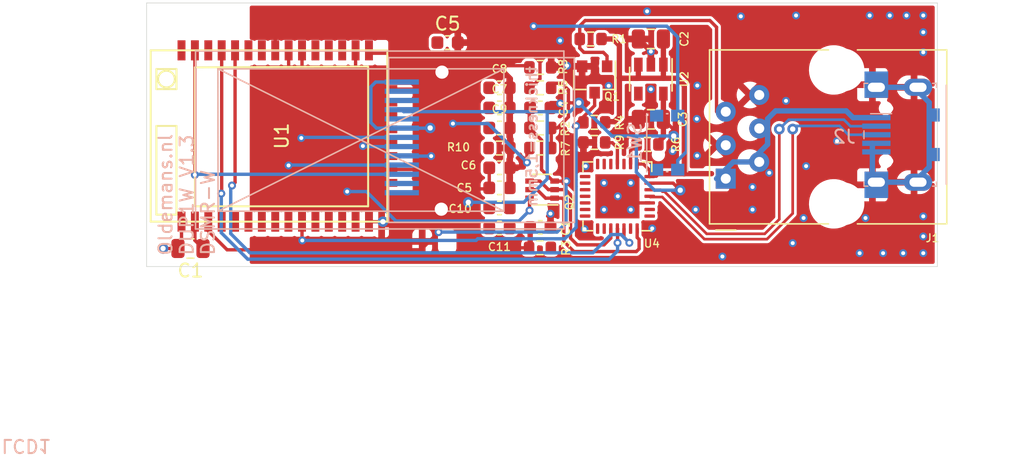
<source format=kicad_pcb>
(kicad_pcb (version 20211014) (generator pcbnew)

  (general
    (thickness 1.6)
  )

  (paper "A4")
  (layers
    (0 "F.Cu" signal)
    (31 "B.Cu" signal)
    (32 "B.Adhes" user "B.Adhesive")
    (33 "F.Adhes" user "F.Adhesive")
    (34 "B.Paste" user)
    (35 "F.Paste" user)
    (36 "B.SilkS" user "B.Silkscreen")
    (37 "F.SilkS" user "F.Silkscreen")
    (38 "B.Mask" user)
    (39 "F.Mask" user)
    (40 "Dwgs.User" user "User.Drawings")
    (41 "Cmts.User" user "User.Comments")
    (42 "Eco1.User" user "User.Eco1")
    (43 "Eco2.User" user "User.Eco2")
    (44 "Edge.Cuts" user)
    (45 "Margin" user)
    (46 "B.CrtYd" user "B.Courtyard")
    (47 "F.CrtYd" user "F.Courtyard")
    (48 "B.Fab" user)
    (49 "F.Fab" user)
  )

  (setup
    (pad_to_mask_clearance 0)
    (grid_origin 18.2626 -11.8364)
    (pcbplotparams
      (layerselection 0x00010f0_ffffffff)
      (disableapertmacros false)
      (usegerberextensions true)
      (usegerberattributes false)
      (usegerberadvancedattributes false)
      (creategerberjobfile false)
      (svguseinch false)
      (svgprecision 6)
      (excludeedgelayer true)
      (plotframeref false)
      (viasonmask false)
      (mode 1)
      (useauxorigin false)
      (hpglpennumber 1)
      (hpglpenspeed 20)
      (hpglpendiameter 15.000000)
      (dxfpolygonmode true)
      (dxfimperialunits true)
      (dxfusepcbnewfont true)
      (psnegative false)
      (psa4output false)
      (plotreference true)
      (plotvalue false)
      (plotinvisibletext false)
      (sketchpadsonfab false)
      (subtractmaskfromsilk true)
      (outputformat 1)
      (mirror false)
      (drillshape 0)
      (scaleselection 1)
      (outputdirectory "OUTPUTS")
    )
  )

  (net 0 "")
  (net 1 "GND")
  (net 2 "+5V")
  (net 3 "+3V3")
  (net 4 "DATA")
  (net 5 "RTS")
  (net 6 "DTR")
  (net 7 "/ESP32_EN")
  (net 8 "unconnected-(LCD1-Pad1)")
  (net 9 "unconnected-(J1-Pad4)")
  (net 10 "/D+")
  (net 11 "/D-")
  (net 12 "/CH_PD")
  (net 13 "unconnected-(LCD1-Pad2)")
  (net 14 "Net-(R6-Pad2)")
  (net 15 "/SPI_MOSI")
  (net 16 "unconnected-(U2-Pad4)")
  (net 17 "unconnected-(U4-Pad27)")
  (net 18 "unconnected-(U4-Pad23)")
  (net 19 "/ESP_TX")
  (net 20 "/ESP_RX")
  (net 21 "DSMR_DATA")
  (net 22 "unconnected-(U4-Pad22)")
  (net 23 "unconnected-(U4-Pad21)")
  (net 24 "/USB_SUSP")
  (net 25 "unconnected-(U4-Pad20)")
  (net 26 "unconnected-(U4-Pad19)")
  (net 27 "unconnected-(U4-Pad18)")
  (net 28 "unconnected-(U4-Pad17)")
  (net 29 "unconnected-(U4-Pad16)")
  (net 30 "unconnected-(U4-Pad15)")
  (net 31 "unconnected-(U4-Pad14)")
  (net 32 "unconnected-(U4-Pad13)")
  (net 33 "unconnected-(U4-Pad12)")
  (net 34 "unconnected-(U4-Pad10)")
  (net 35 "Net-(C7-Pad1)")
  (net 36 "Net-(C9-Pad1)")
  (net 37 "Net-(C10-Pad2)")
  (net 38 "Net-(C10-Pad1)")
  (net 39 "Net-(C11-Pad2)")
  (net 40 "Net-(C11-Pad1)")
  (net 41 "Net-(LCD1-Pad12)")
  (net 42 "unconnected-(U4-Pad2)")
  (net 43 "unconnected-(U4-Pad1)")
  (net 44 "/SPI_CLK")
  (net 45 "/LCD_RS")
  (net 46 "/LCD_RES")
  (net 47 "/LCD_CS")
  (net 48 "unconnected-(LCD1-Pad9)")
  (net 49 "/LCD_LEDK")
  (net 50 "/LCD_LEDA")
  (net 51 "/ESP32_BOOT")
  (net 52 "/ESP32_GPIO2")
  (net 53 "/ESP32_GPIO15")
  (net 54 "/ESP32_CFG")
  (net 55 "unconnected-(U1-Pad4)")
  (net 56 "unconnected-(U1-Pad5)")
  (net 57 "unconnected-(U1-Pad6)")
  (net 58 "unconnected-(U1-Pad7)")
  (net 59 "unconnected-(U1-Pad8)")
  (net 60 "unconnected-(U1-Pad9)")
  (net 61 "/ESP32_BUTTON")
  (net 62 "unconnected-(U1-Pad11)")
  (net 63 "unconnected-(U1-Pad12)")
  (net 64 "/ESP32_GPIO14")
  (net 65 "unconnected-(U1-Pad18)")
  (net 66 "unconnected-(U1-Pad19)")
  (net 67 "unconnected-(U1-Pad20)")
  (net 68 "unconnected-(U1-Pad21)")
  (net 69 "unconnected-(U1-Pad22)")
  (net 70 "unconnected-(U1-Pad26)")
  (net 71 "unconnected-(U1-Pad27)")
  (net 72 "unconnected-(U1-Pad28)")
  (net 73 "unconnected-(U1-Pad32)")
  (net 74 "unconnected-(U1-Pad33)")
  (net 75 "unconnected-(U1-Pad36)")
  (net 76 "unconnected-(U1-Pad38)")

  (footprint "Capacitor_SMD:C_0603_1608Metric" (layer "F.Cu") (at 29.8704 -12.0396))

  (footprint "Package_TO_SOT_SMD:SOT-23" (layer "F.Cu") (at 33.99282 -14.19352 -90))

  (footprint "Package_TO_SOT_SMD:SOT-363_SC-70-6" (layer "F.Cu") (at 30.00502 -5.83692 180))

  (footprint "Resistor_SMD:R_0603_1608Metric" (layer "F.Cu") (at 29.8704 -10.5156))

  (footprint "Resistor_SMD:R_0603_1608Metric" (layer "F.Cu") (at 29.845 -1.4224))

  (footprint "Resistor_SMD:R_0603_1608Metric" (layer "F.Cu") (at 33.96742 -10.94232 180))

  (footprint "Resistor_SMD:R_0603_1608Metric" (layer "F.Cu") (at 29.8704 -13.5636))

  (footprint "Resistor_SMD:R_0603_1608Metric" (layer "F.Cu") (at 38.00602 -9.26592 180))

  (footprint "Resistor_SMD:R_0603_1608Metric" (layer "F.Cu") (at 29.8704 -15.113))

  (footprint "Resistor_SMD:R_0603_1608Metric" (layer "F.Cu") (at 33.96742 -9.41832))

  (footprint "Connector_RJ:RJ12_Amphenol_54601" (layer "F.Cu") (at 43.9435 -6.6675 90))

  (footprint "Resistor_SMD:R_0603_1608Metric" (layer "F.Cu") (at 33.68802 -17.26692 180))

  (footprint "Capacitor_SMD:C_0603_1608Metric" (layer "F.Cu") (at 29.8704 -2.9718))

  (footprint "Capacitor_SMD:C_0805_2012Metric" (layer "F.Cu") (at 38.26002 -11.17092 180))

  (footprint "Package_TO_SOT_SMD:SOT-23-5" (layer "F.Cu") (at 38.26002 -14.21892 -90))

  (footprint "Package_DFN_QFN:QFN-28-1EP_5x5mm_P0.5mm_EP3.35x3.35mm" (layer "F.Cu") (at 35.72002 -5.32892 180))

  (footprint "Resistor_SMD:R_0603_1608Metric" (layer "F.Cu") (at 29.8704 -8.9916))

  (footprint "Capacitor_SMD:C_0805_2012Metric" (layer "F.Cu") (at 38.26002 -17.26692 180))

  (footprint "Capacitor_SMD:C_0603_1608Metric" (layer "F.Cu") (at 26.7716 -5.969))

  (footprint "Capacitor_SMD:C_0603_1608Metric" (layer "F.Cu") (at 26.7716 -7.493))

  (footprint "Capacitor_SMD:C_0603_1608Metric" (layer "F.Cu") (at 26.7716 -12.0396))

  (footprint "Capacitor_SMD:C_0603_1608Metric" (layer "F.Cu") (at 26.7716 -13.5636))

  (footprint "Capacitor_SMD:C_0603_1608Metric" (layer "F.Cu") (at 26.7716 -10.5156))

  (footprint "Capacitor_SMD:C_0603_1608Metric" (layer "F.Cu") (at 26.7716 -4.445 180))

  (footprint "Resistor_SMD:R_0603_1608Metric" (layer "F.Cu") (at 26.7716 -8.9916 180))

  (footprint "Capacitor_SMD:C_0603_1608Metric" (layer "F.Cu") (at 26.7716 -2.921 180))

  (footprint "Capacitor_SMD:C_0603_1608Metric" (layer "F.Cu") (at 22.8346 -16.9926))

  (footprint "RF_WiFi:ttgo-32-micro" (layer "F.Cu") (at 9.758101 -9.906 90))

  (footprint "Capacitor_SMD:C_0805_2012Metric" (layer "F.Cu") (at 3.3274 -1.3716 180))

  (footprint "MySymbols:USB_Micro_B_Female" (layer "B.Cu") (at 58.5295 -10 -90))

  (footprint "Button_Switch_SMD:SW_Push_1P1T_NO_CK_KMR2" (layer "B.Cu") (at 39.497 -9.398 -90))

  (footprint "Display:LCD_ST77355-160x80 096inch" (layer "B.Cu") (at 5.4098 -4.2012))

  (gr_line (start 60 -20) (end 0 0) (layer "Dwgs.User") (width 0.1) (tstamp 0166cc1a-72e5-487b-a6f7-e24578b4ab3a))
  (gr_line (start 0 -20) (end 60 0) (layer "Dwgs.User") (width 0.1) (tstamp 78e362fa-fb4e-44d4-b0e2-eafccaafb9e4))
  (gr_line (start 60 -20) (end 60 0) (layer "Edge.Cuts") (width 0.05) (tstamp 3d353630-2b9b-4786-b2e3-ce5a449ed7dc))
  (gr_line (start 0 0) (end 60 0) (layer "Edge.Cuts") (width 0.05) (tstamp b81ffa23-7a61-4442-8343-787521d4f07a))
  (gr_line (start 0 0) (end 0 -20) (layer "Edge.Cuts") (width 0.05) (tstamp ce218790-9978-4feb-b41b-c0c7883d0e3d))
  (gr_line (start 0 -20) (end 60 -20) (layer "Edge.Cuts") (width 0.05) (tstamp df8bb267-e01a-40d5-bb41-0199fa6a57db))
  (gr_text "Oldemans.nl\nDUP1W V1.3\nDSMR-W" (at 3.048 -0.762 90) (layer "B.SilkS") (tstamp 6a6752a5-c93b-451d-916c-fdcd5e391262)
    (effects (font (size 1 1) (thickness 0.15)) (justify left))
  )
  (dimension (type aligned) (layer "Eco2.User") (tstamp 75713d0d-22f3-4eae-b77e-bc445e1358c6)
    (pts (xy 60 0) (xy 60 -20))
    (height 2.794)
    (gr_text "20.0000 mm" (at 61.644 -10 90) (layer "Eco2.User") (tstamp 75713d0d-22f3-4eae-b77e-bc445e1358c6)
      (effects (font (size 1 1) (thickness 0.15)))
    )
    (format (units 2) (units_format 1) (precision 4))
    (style (thickness 0.15) (arrow_length 1.27) (text_position_mode 0) (extension_height 0.58642) (extension_offset 0) keep_text_aligned)
  )
  (dimension (type aligned) (layer "Eco2.User") (tstamp a34da3f7-a795-4fc0-ac74-0eb675dabbae)
    (pts (xy 0 0) (xy 60 0))
    (height 2.54)
    (gr_text "60.0000 mm" (at 30 1.39) (layer "Eco2.User") (tstamp a34da3f7-a795-4fc0-ac74-0eb675dabbae)
      (effects (font (size 1 1) (thickness 0.15)))
    )
    (format (units 2) (units_format 1) (precision 4))
    (style (thickness 0.15) (arrow_length 1.27) (text_position_mode 0) (extension_height 0.58642) (extension_offset 0) keep_text_aligned)
  )

  (segment (start 27.5466 -13.5636) (end 27.5466 -5.969) (width 0.254) (layer "F.Cu") (net 1) (tstamp 0701f609-bf9c-4e4e-9dc0-1729ba6582a2))
  (segment (start 33.12922 -9.12672) (end 33.12922 -7.79272) (width 0.254) (layer "F.Cu") (net 1) (tstamp 1961b629-9c31-49c5-aa60-2de187b95c49))
  (segment (start 33.12922 -7.79272) (end 33.30702 -7.61492) (width 0.254) (layer "F.Cu") (net 1) (tstamp 1bb1631b-ec5d-44f0-a865-35e6b333c02e))
  (segment (start 16.870101 -3.406) (end 17.93 -3.406) (width 0.254) (layer "F.Cu") (net 1) (tstamp 2a0ae7b5-0815-4bdb-bde9-1bd352e8a070))
  (segment (start 2.3774 -1.3716) (end 1.2446 -1.3716) (width 0.254) (layer "F.Cu") (net 1) (tstamp 31feccba-87c2-42de-b789-31a7a3219074))
  (segment (start 31.91002 -15.23492) (end 30.95702 -15.23492) (width 0.4064) (layer "F.Cu") (net 1) (tstamp 40c4fdfa-a879-486a-8e07-6460a3767991))
  (segment (start 38.26002 -12.12092) (end 38.26002 -13.45692) (width 0.4064) (layer "F.Cu") (net 1) (tstamp 423fe53d-bc4f-4ead-bba7-24baa7477046))
  (segment (start 32.73802 -15.21892) (end 31.92602 -15.21892) (width 0.4064) (layer "F.Cu") (net 1) (tstamp 515a8683-1d82-4ffe-a7f6-0a4e2fc6b796))
  (segment (start 2.646101 -3.406) (end 2.646101 -1.640301) (width 0.254) (layer "F.Cu") (net 1) (tstamp 5c0f7439-ff7e-450e-b440-be685f44838c))
  (segment (start 30.65302 -12.44092) (end 31.31538 -12.44092) (width 0.254) (layer "F.Cu") (net 1) (tstamp 5d6642d0-19f9-4fad-acf8-ac45d651ecbc))
  (segment (start 38.26002 -16.31692) (end 38.26002 -16.32712) (width 0.4064) (layer "F.Cu") (net 1) (tstamp 5dfab588-227d-4d98-b15a-55671048d26d))
  (segment (start 38.26002 -15.31892) (end 38.26002 -16.31692) (width 0.4064) (layer "F.Cu") (net 1) (tstamp 6abd8421-54b0-41f6-a1ac-ea926fbdb08a))
  (segment (start 31.31538 -12.44092) (end 31.3738 -12.3825) (width 0.254) (layer "F.Cu") (net 1) (tstamp 86b6d5a0-2161-4c9d-a69a-1e670982df0b))
  (segment (start 2.646101 -1.640301) (end 2.3774 -1.3716) (width 0.254) (layer "F.Cu") (net 1) (tstamp 8e7a08b3-3b34-4dfe-bce0-64a872bf0292))
  (segment (start 37.31002 -11.17092) (end 38.26002 -12.12092) (width 0.4064) (layer "F.Cu") (net 1) (tstamp a3bb6072-fc90-45c7-b6b9-f0fbd34bb2e7))
  (segment (start 32.86302 -9.48232) (end 32.86302 -9.39292) (width 0.254) (layer "F.Cu") (net 1) (tstamp bb8ec2aa-bbff-4c08-b8f2-16ea63e34411))
  (segment (start 38.26002 -16.32712) (end 37.32022 -17.26692) (width 0.4064) (layer "F.Cu") (net 1) (tstamp c90e6267-eda5-40ab-9931-3eb21ae54b37))
  (segment (start 17.93 -3.406) (end 17.9324 -3.4036) (width 0.254) (layer "F.Cu") (net 1) (tstamp c94016fc-cbe8-4966-ba65-3780414ce309))
  (segment (start 38.17002 -4.82892) (end 36.22002 -4.82892) (width 0.254) (layer "F.Cu") (net 1) (tstamp cd30f513-9919-424a-8072-73d17a25cc17))
  (segment (start 30.64002 -4.0132) (end 30.64002 -2.97718) (width 0.254) (layer "F.Cu") (net 1) (tstamp dad2e50a-606e-4d66-ac68-b2665fc20234))
  (segment (start 32.86302 -9.39292) (end 33.12922 -9.12672) (width 0.254) (layer "F.Cu") (net 1) (tstamp de0f9f35-6feb-434f-a648-bd1d986376a6))
  (segment (start 31.92602 -15.21892) (end 31.91002 -15.23492) (width 0.254) (layer "F.Cu") (net 1) (tstamp ec14503f-c3d4-4570-a627-2f1934e77c10))
  (via (at 36.73602 -4.31292) (size 0.6) (drill 0.3) (layers "F.Cu" "B.Cu") (net 1) (tstamp 00000000-0000-0000-0000-0000608cb9aa))
  (via (at 35.7505 -5.334) (size 0.6) (drill 0.3) (layers "F.Cu" "B.Cu") (net 1) (tstamp 00000000-0000-0000-0000-00006153cd1b))
  (via (at 58.928 -1.016) (size 0.6) (drill 0.3) (layers "F.Cu" "B.Cu") (net 1) (tstamp 084c32e8-6f67-4c04-8a33-cfe9e96cd24a))
  (via (at 58.928 -19.05) (size 0.6) (drill 0.3) (layers "F.Cu" "B.Cu") (net 1) (tstamp 08ca1d46-6ed9-4d2d-a5fc-f8b2a792ae12))
  (via (at 31.369 -17.145) (size 0.6) (drill 0.3) (layers "F.Cu" "B.Cu") (net 1) (tstamp 10a1db71-2c67-4521-b38c-2e66f6a94a73))
  (via (at 41.76776 -8.41248) (size 0.6) (drill 0.3) (layers "F.Cu" "B.Cu") (net 1) (tstamp 12d71bbc-fc6d-44d0-9bcf-981605d7cc82))
  (via (at 37.973 -19.3675) (size 0.6) (drill 0.3) (layers "F.Cu" "B.Cu") (net 1) (tstamp 173c0efb-a3d7-4c9f-8b09-7be63c8b7c03))
  (via (at 47.244 -7.112) (size 0.6) (drill 0.3) (layers "F.Cu" "B.Cu") (net 1) (tstamp 1a871221-4ffc-4a85-9ca8-ded7d32633b4))
  (via (at 33.23082 -2.83972) (size 0.6) (drill 0.3) (layers "F.Cu" "B.Cu") (net 1) (tstamp 20448731-73c1-4bfd-8dbe-2fd7007b6942))
  (via (at 31.9024 -15.24) (size 0.6) (drill 0.3) (layers "F.Cu" "B.Cu") (net 1) (tstamp 24092072-f75e-49e6-be4f-199046567f23))
  (via (at 58.928 -2.286) (size 0.6) (drill 0.3) (layers "F.Cu" "B.Cu") (net 1) (tstamp 29bc8125-0096-495f-9a16-bb54ba15cdb4))
  (via (at 30.64002 -4.0132) (size 0.6) (drill 0.3) (layers "F.Cu" "B.Cu") (net 1) (tstamp 31e40b3c-2699-4cde-b21b-8e45f96d5f23))
  (via (at 58.928 -17.78) (size 0.6) (drill 0.3) (layers "F.Cu" "B.Cu") (net 1) (tstamp 32f5fd2e-2c41-4cbc-bb5f-8c66257733c7))
  (via (at 50.038 -7.62) (size 0.6) (drill 0.3) (layers "F.Cu" "B.Cu") (net 1) (tstamp 41deba0b-5534-4dd2-b0af-1bd381d73be5))
  (via (at 49.276 -19.05) (size 0.6) (drill 0.3) (layers "F.Cu" "B.Cu") (net 1) (tstamp 4628f164-395b-4dbe-bcbc-6e3efce6cda9))
  (via (at 54.102 -1.016) (size 0.6) (drill 0.3) (layers "F.Cu" "B.Cu") (net 1) (tstamp 4f520175-2ed7-4885-a5b8-cf0a2efe7e98))
  (via (at 58.928 -3.81) (size 0.6) (drill 0.3) (layers "F.Cu" "B.Cu") (net 1) (tstamp 4f6c5620-c4c3-4a45-8a7a-768488a32596))
  (via (at 31.3738 -12.3825) (size 0.6) (drill 0.3) (layers "F.Cu" "B.Cu") (net 1) (tstamp 4fb2df44-95a4-473d-8b0d-a4e90fe3a2fa))
  (via (at 21.5138 -10.5156) (size 0.8) (drill 0.4) (layers "F.Cu" "B.Cu") (net 1) (tstamp 52794661-99ea-4e97-9846-8040094273cc))
  (via (at 36.73602 -6.34492) (size 0.6) (drill 0.3) (layers "F.Cu" "B.Cu") (net 1) (tstamp 5397ab65-5950-445d-a27c-94f269a845ea))
  (via (at 34.70402 -6.34492) (size 0.6) (drill 0.3) (layers "F.Cu" "B.Cu") (net 1) (tstamp 59043218-58b0-4725-a0d5-6460c3286693))
  (via (at 55.88 -1.016) (size 0.6) (drill 0.3) (layers "F.Cu" "B.Cu") (net 1) (tstamp 5b309906-8bfc-4e73-8310-9d48c990b19d))
  (via (at 57.404 -1.016) (size 0.6) (drill 0.3) (layers "F.Cu" "B.Cu") (net 1) (tstamp 5ee8bfa9-1094-4b27-ad4f-98e659910827))
  (via (at 35.05962 -13.71092) (size 0.6) (drill 0.3) (layers "F.Cu" "B.Cu") (net 1) (tstamp 64f9c9eb-7ada-4fd3-9b2d-9727e13b4805))
  (via (at 45.974 -6.0325) (size 0.6) (drill 0.3) (layers "F.Cu" "B.Cu") (net 1) (tstamp 8c773d48-ea16-47d6-9605-3fc9500d113b))
  (via (at 1.2446 -1.3716) (size 0.8) (drill 0.4) (layers "F.Cu" "B.Cu") (net 1) (tstamp 8cc2dc77-d6c9-4008-a51b-7b0d75382958))
  (via (at 49.8475 -3.683) (size 0.6) (drill 0.3) (layers "F.Cu" "B.Cu") (net 1) (tstamp 8d587691-70f4-4414-93c3-9c936c084371))
  (via (at 41.78046 -13.73378) (size 0.6) (drill 0.3) (layers "F.Cu" "B.Cu") (net 1) (tstamp 8f1bfea8-4f94-40e2-9ecd-7ffd28d177f0))
  (via (at 54.864 -19.05) (size 0.6) (drill 0.3) (layers "F.Cu" "B.Cu") (net 1) (tstamp 9196312d-38bc-4e3f-a10f-082e64092586))
  (via (at 34.70402 -4.31292) (size 0.6) (drill 0.3) (layers "F.Cu" "B.Cu") (net 1) (tstamp 9889b32e-8f16-4b8e-8b99-73580ed1c1c3))
  (via (at 57.658 -19.05) (size 0.6) (drill 0.3) (layers "F.Cu" "B.Cu") (net 1) (tstamp 9c05f40a-ef3c-4897-a511-a36ccaddeed2))
  (via (at 49.022 -1.778) (size 0.6) (drill 0.3) (layers "F.Cu" "B.Cu") (net 1) (tstamp 9d146ac3-653c-416a-95c9-ffa36f27a44a))
  (via (at 56.388 -19.05) (size 0.6) (drill 0.3) (layers "F.Cu" "B.Cu") (net 1) (tstamp a37f0fa4-7cde-48b1-9ce0-e982a5d579fa))
  (via (at 48.514 -12.573) (size 0.6) (drill 0.3) (layers "F.Cu" "B.Cu") (net 1) (tstamp a62dc4a4-9018-4e9b-8110-af2375e6e4f5))
  (via (at 45.974 -4.318) (size 0.6) (drill 0.3) (layers "F.Cu" "B.Cu") (net 1) (tstamp b69def93-f36a-4e68-be7e-061ee649eadb))
  (via (at 58.928 -16.256) (size 0.6) (drill 0.3) (layers "F.Cu" "B.Cu") (net 1) (tstamp b8bb57ee-9ec7-4be6-82b3-c89664077ba1))
  (via (at 45.085 -18.9865) (size 0.6) (drill 0.3) (layers "F.Cu" "B.Cu") (net 1) (tstamp c05f735e-5341-420a-a68b-448144440d1e))
  (via (at 43.688 -0.762) (size 0.6) (drill 0.3) (layers "F.Cu" "B.Cu") (net 1) (tstamp c2756e13-d639-4c93-98fd-48290a951ed4))
  (via (at 33.30702 -7.61492) (size 0.6) (drill 0.3) (layers "F.Cu" "B.Cu") (net 1) (tstamp c4f27ddb-3e15-4608-998d-d2df29dff84a))
  (via (at 38.26002 -16.31692) (size 0.6) (drill 0.3) (layers "F.Cu" "B.Cu") (net 1) (tstamp cd758442-2dc3-48b9-9793-958b4d57b7eb))
  (via (at 39.91102 -8.75792) (size 0.6) (drill 0.3) (layers "F.Cu" "B.Cu") (net 1) (tstamp daaafa61-2fc0-4593-9114-eedad5dc21d2))
  (via (at 17.9324 -3.4036) (size 0.8) (drill 0.4) (layers "F.Cu" "B.Cu") (net 1) (tstamp dc98a329-cc2d-49d2-94de-e9842120a5be))
  (via (at 41.656 -4.318) (size 0.6) (drill 0.3) (layers "F.Cu" "B.Cu") (net 1) (tstamp e5e6966d-64ed-4b6c-9e06-c1462603fd61))
  (via (at 54.5465 -3.683) (size 0.6) (drill 0.3) (layers "F.Cu" "B.Cu") (net 1) (tstamp ef6e4270-555b-485a-ad43-2896d2ba6474))
  (via (at 38.36162 -2.89052) (size 0.6) (drill 0.3) (layers "F.Cu" "B.Cu") (net 1) (tstamp f355e5ab-1bfe-4384-9210-90ee7ba03ca8))
  (via (at 38.26002 -13.45692) (size 0.6) (drill 0.3) (layers "F.Cu" "B.Cu") (net 1) (tstamp f93fa528-894e-4f49-8a83-715cd7929ab8))
  (via (at 41.74744 -11.20394) (size 0.6) (drill 0.3) (layers "F.Cu" "B.Cu") (net 1) (tstamp f9a04710-7491-4e89-a11b-5fbe47bcd355))
  (via (at 52.3875 -9.525) (size 0.6) (drill 0.3) (layers "F.Cu" "B.Cu") (net 1) (tstamp fb11e0cf-eb80-43e7-aaf6-395b96cc88f2))
  (segment (start 58.2295 -13.6) (end 55.0695 -13.6) (width 0.4064) (layer "B.Cu") (net 1) (tstamp 0e7efe0f-6512-45c5-8e59-60d5536b321e))
  (segment (start 17.018 -13.6398) (end 17.018 -10.922) (width 0.254) (layer "B.Cu") (net 1) (tstamp 140d5bd6-eae5-446f-a67f-70bdfa5df748))
  (segment (start 21.4994 -10.5012) (end 21.5138 -10.5156) (width 0.254) (layer "B.Cu") (net 1) (tstamp 269bdb07-78ec-4f66-8888-6656a97e3f80))
  (segment (start 58.2295 -6.4) (end 55.0695 -6.4) (width 0.4064) (layer "B.Cu") (net 1) (tstamp 2b4ab66f-720c-4433-9a8a-3a710e814a70))
  (segment (start 59.3795 -7.55) (end 58.2295 -6.4) (width 0.4064) (layer "B.Cu") (net 1) (tstamp 60a16a07-3bbd-43a8-a497-5b1e3a711181))
  (segment (start 17.4388 -10.5012) (end 19.3598 -10.5012) (width 0.254) (layer "B.Cu") (net 1) (tstamp 9b40f1f3-e681-4a4e-ab0a-a0840937e25f))
  (segment (start 19.3598 -14.0012) (end 17.3794 -14.0012) (width 0.254) (layer "B.Cu") (net 1) (tstamp aaec9854-479f-4a60-bef5-c11c4d4548a2))
  (segment (start 55.0695 -9.35) (end 55.0695 -8.7) (width 0.4064) (layer "B.Cu") (net 1) (tstamp c029753f-ba91-4c07-b5e1-45602ef76b5f))
  (segment (start 59.3795 -8.5) (end 59.3795 -7.55) (width 0.4064) (layer "B.Cu") (net 1) (tstamp c096972f-8bfc-4b1f-9df1-3ee2348688cb))
  (segment (start 59.3795 -12.45) (end 58.2295 -13.6) (width 0.4064) (layer "B.Cu") (net 1) (tstamp c7ab6834-cbe1-488e-97dd-9676f2c1ce81))
  (segment (start 19.3598 -10.5012) (end 21.4994 -10.5012) (width 0.254) (layer "B.Cu") (net 1) (tstamp dfc819c4-de3e-4104-bbbe-0bfa79f182fa))
  (segment (start 17.018 -10.922) (end 17.4388 -10.5012) (width 0.254) (layer "B.Cu") (net 1) (tstamp e41d645b-838e-4470-9b6f-7a8988e5dbba))
  (segment (start 55.0695 -8.7) (end 55.0695 -6.4) (width 0.4064) (layer "B.Cu") (net 1) (tstamp e5e3b919-69c7-4da2-b14e-3d5e681a066b))
  (segment (start 17.3794 -14.0012) (end 17.018 -13.6398) (width 0.254) (layer "B.Cu") (net 1) (tstamp ee988d1f-d73d-480b-aaa1-a84f90832360))
  (segment (start 59.3795 -11.5) (end 59.3795 -12.45) (width 0.4064) (layer "B.Cu") (net 1) (tstamp feb182cf-b0c7-4c78-9c28-918bd9f519c1))
  (segment (start 59.3795 -11.5) (end 59.3795 -8.5) (width 0.4064) (layer "B.Cu") (net 1) (tstamp ffacc757-ca4d-4470-9f29-7238898c18c1))
  (segment (start 39.21002 -14.28762) (end 39.2074 -14.285) (width 0.4064) (layer "F.Cu") (net 2) (tstamp 03f6ebe2-70e8-4315-a5ef-a6b46fa03399))
  (segment (start 38.17002 -6.82892) (end 38.17002 -7.301274) (width 0.254) (layer "F.Cu") (net 2) (tstamp 0edd76af-e8a9-455c-ae8a-ce30ef7620ca))
  (segment (start 34.51302 -17.26692) (end 35.38982 -17.26692) (width 0.4064) (layer "F.Cu") (net 2) (tstamp 108fedda-a0a1-4378-87e2-a4daa05cc0f0))
  (segment (start 35.87242 -16.78432) (end 35.87242 -14.32052) (width 0.4064) (layer "F.Cu") (net 2) (tstamp 2305fc83-78a1-422d-97a5-e1670446ec59))
  (segment (start 40.80002 -7.0485) (end 38.9255 -7.0485) (width 0.4064) (layer "F.Cu") (net 2) (tstamp 27eb5cdf-b8ab-4bd3-bb53-a4533fdafea6))
  (segment (start 40.80002 -7.0485) (end 42.8625 -7.0485) (width 0.4064) (layer "F.Cu") (net 2) (tstamp 2ef09287-0a75-4a92-b19e-5158fd15f17c))
  (segment (start 35.91302 -14.27992) (end 35.87242 -14.32052) (width 0.4064) (layer "F.Cu") (net 2) (tstamp 3d371443-4500-4206-9522-7c58b99ea1dc))
  (segment (start 39.21002 -15.31892) (end 39.21002 -14.28762) (width 0.4064) (layer "F.Cu") (net 2) (tstamp 4d2ff756-97b0-4620-8dcd-6a80cdf3c21e))
  (segment (start 38.6715 -6.858) (end 38.862 -7.0485) (width 0.254) (layer "F.Cu") (net 2) (tstamp 5a650ad4-5388-45b8-b2ee-1450cf938b99))
  (segment (start 38.17002 -6.82892) (end 38.1991 -6.858) (width 0.254) (layer "F.Cu") (net 2) (tstamp 5ec9fbce-30f7-4516-bad0-c3c41b12b819))
  (segment (start 35.87242 -14.32052) (end 35.90794 -14.285) (width 0.4064) (layer "F.Cu") (net 2) (tstamp 61582fb3-ac59-47c1-a325-296969e5a3a9))
  (segment (start 38.17002 -7.301274) (end 38.111723 -7.359571) (width 0.254) (layer "F.Cu") (net 2) (tstamp 67b29154-8470-4d6d-9289-18ac519f58c0))
  (segment (start 35.49142 -10.99312) (end 34.79242 -10.99312) (width 0.4064) (layer "F.Cu") (net 2) (tstamp 680d00fc-8079-4ed3-b9a5-717ce5474a15))
  (segment (start 39.21002 -15.31892) (end 39.21002 -17.26692) (width 0.4064) (layer "F.Cu") (net 2) (tstamp 68966e81-0189-4f85-96c4-c421b50f8e50))
  (segment (start 37.31002 -14.27992) (end 35.91302 -14.27992) (width 0.4064) (layer "F.Cu") (net 2) (tstamp 6dd9c8ce-3741-4acf-90e8-acea1ef1023c))
  (segment (start 37.692374 -7.77892) (end 38.111723 -7.359571) (width 0.254) (layer "F.Cu") (net 2) (tstamp 7a32703f-c361-47ee-a540-977eb4c60d11))
  (segment (start 40.80002 -13.74648) (end 40.80002 -7.0485) (width 0.4064) (layer "F.Cu") (net 2) (tstamp 92b6ee1d-2641-4900-a02e-685c9f547681))
  (segment (start 35.87242 -14.32052) (end 35.87242 -11.37412) (width 0.4064) (layer "F.Cu") (net 2) (tstamp 9a56529a-30dd-4605-b237-9609d11403ac))
  (segment (start 35.38982 -17.26692) (end 35.87242 -16.78432) (width 0.4064) (layer "F.Cu") (net 2) (tstamp a13d4ea0-830d-46c0-a6bc-49fb254e1ede))
  (segment (start 37.22002 -7.77892) (end 37.692374 -7.77892) (width 0.254) (layer "F.Cu") (net 2) (tstamp a34fcea3-a1eb-4aeb-a6d8-df1df80f9b57))
  (segment (start 38.862 -7.0485) (end 38.9255 -7.0485) (width 0.254) (layer "F.Cu") (net 2) (tstamp b0924a2e-173b-44c7-b23f-d8c54f790f4e))
  (segment (start 35.87242 -11.37412) (end 35.49142 -10.99312) (width 0.4064) (layer "F.Cu") (net 2) (tstamp b7b6399e-b276-44e6-a56f-658a3e2bf7bd))
  (segment (start 38.1991 -6.858) (end 38.6715 -6.858) (width 0.254) (layer "F.Cu") (net 2) (tstamp bdeb1efc-fc45-4b95-b2fe-f2ddf65acc67))
  (segment (start 40.2615 -14.285) (end 40.80002 -13.74648) (width 0.4064) (layer "F.Cu") (net 2) (tstamp cc5ad05e-6756-4bb3-aa70-7630955983d9))
  (segment (start 37.31002 -15.31892) (end 37.31002 -14.27992) (width 0.4064) (layer "F.Cu") (net 2) (tstamp dd11506d-304f-405a-873b-a12c67a840f7))
  (segment (start 35.90794 -14.285) (end 39.2074 -14.285) (width 0.4064) (layer "F.Cu") (net 2) (tstamp eff0796c-9b6c-40e3-bad6-531e11688d00))
  (segment (start 39.2074 -14.285) (end 40.2615 -14.285) (width 0.4064) (layer "F.Cu") (net 2) (tstamp ff20ca8a-74d1-49e6-bc42-451cdeac918d))
  (segment (start 55.0695 -11.3) (end 53.597 -11.3) (width 0.4064) (layer "B.Cu") (net 2) (tstamp 7b166503-64d4-4b8f-a91c-c2c400b91be9))
  (segment (start 47.117 -9.271) (end 45.7835 -7.9375) (width 0.4064) (layer "B.Cu") (net 2) (tstamp 80432040-6a46-4135-aa20-b2434f926a5d))
  (segment (start 47.117 -11.204472) (end 47.117 -9.271) (width 0.4064) (layer "B.Cu") (net 2) (tstamp 9526063a-7d48-482f-b653-2c00c40e33bc))
  (segment (start 44.5135 -7.9375) (end 43.2435 -6.6675) (width 0.4064) (layer "B.Cu") (net 2) (tstamp a293f236-8b35-4d1c-a2cf-e2fb1edc0fd0))
  (segment (start 47.723528 -11.811) (end 47.117 -11.204472) (width 0.4064) (layer "B.Cu") (net 2) (tstamp b60c4c2c-379e-40ee-874a-347bc6cdce79))
  (segment (start 53.597 -11.3) (end 53.086 -11.811) (width 0.4064) (layer "B.Cu") (net 2) (tstamp bfac54cf-0f0e-4484-99c6-5d4e5f7de096))
  (segment (start 45.7835 -7.9375) (end 44.5135 -7.9375) (width 0.4064) (layer "B.Cu") (net 2) (tstamp d63df3e5-0fee-4716-ab32-4a4ca93e5140))
  (segment (start 53.086 -11.811) (end 47.723528 -11.811) (width 0.4064) (layer "B.Cu") (net 2) (tstamp fa6ba4c2-343a-4ca6-81bb-cb70bc4c61b4))
  (segment (start 24.7904 -5.8928) (end 24.384 -5.4864) (width 0.254) (layer "F.Cu") (net 3) (tstamp 08419f94-2957-4889-9245-bc1737e9acfe))
  (segment (start 25.9204 -5.8928) (end 24.7904 -5.8928) (width 0.254) (layer "F.Cu") (net 3) (tstamp 0a19e77b-a0a5-4f34-80bd-d46fa8489910))
  (segment (start 38.17002 -6.32892) (end 39.94988 -6.32892) (width 0.254) (layer "F.Cu") (net 3) (tstamp 18830a05-434b-4e43-9da1-099273a70ea1))
  (segment (start 32.7914 -12.4206) (end 32.1056 -12.4206) (width 0.254) (layer "F.Cu") (net 3) (tstamp 3bd19ae1-5380-4ec1-a739-e93e7bbc4bbd))
  (segment (start 39.21002 -13.11892) (end 39.21002 -11.17092) (width 0.4064) (layer "F.Cu") (net 3) (tstamp 3e451bfc-bdbe-4ec7-a3f6-053a7618bae9))
  (segment (start 24.384 -1.6764) (end 24.638 -1.4224) (width 0.254) (layer "F.Cu") (net 3) (tstamp 41175915-48f5-4193-9f8d-626304aacc0d))
  (segment (start 30.70302 -10.5156) (end 30.70302 -9.39292) (width 0.254) (layer "F.Cu") (net 3) (tstamp 4ada50a7-5c48-41a2-8631-be14dcb8c92b))
  (segment (start 31.16928 -10.5156) (end 30.70302 -10.5156) (width 0.254) (layer "F.Cu") (net 3) (tstamp 4fa442be-4d92-45fb-a1f4-adb63ae0d4d7))
  (segment (start 24.638 -1.4224) (end 29.02 -1.4224) (width 0.254) (layer "F.Cu") (net 3) (tstamp 5b36cdfc-d354-409b-b973-2ca62d863a48))
  (segment (start 38.83102 -9.45592) (end 39.21002 -9.83492) (width 0.4064) (layer "F.Cu") (net 3) (tstamp 64ccc7b2-295f-4ee8-a191-f3d8798232bb))
  (segment (start 31.496 -13.9065) (end 32.004 -13.3985) (width 0.254) (layer "F.Cu") (net 3) (tstamp 712a61f3-c9fa-417e-87db-e5ad5893c406))
  (segment (start 32.004 -12.5222) (end 32.004 -11.35032) (width 0.254) (layer "F.Cu") (net 3) (tstamp 84a4b2a6-8600-4d74-8daa-5ea9afa228d3))
  (segment (start 39.21002 -9.83492) (end 39.21002 -11.17092) (width 0.4064) (layer "F.Cu") (net 3) (tstamp 8d9d043c-a2a4-49ee-97cd-0817a1342514))
  (segment (start 29.10302 -2.96418) (end 29.10302 -1.48002) (width 0.4064) (layer "F.Cu") (net 3) (tstamp 98b4e8ef-dc6a-40fe-95fe-f17fd467ca9a))
  (segment (start 39.99412 -9.906) (end 39.99412 -10.38682) (width 0.254) (layer "F.Cu") (net 3) (tstamp a1a3f64b-e518-4a6b-99a7-0d05309ca5eb))
  (segment (start 3.662101 -1.986899) (end 4.2774 -1.3716) (width 0.254) (layer "F.Cu") (net 3) (tstamp b2c137b0-319e-4094-95d4-b6988012c08a))
  (segment (start 24.384 -5.4864) (end 24.384 -1.6764) (width 0.254) (layer "F.Cu") (net 3) (tstamp b533c543-27cf-442d-8493-ac0d2382876e))
  (segment (start 32.004 -13.3985) (end 32.004 -12.5222) (width 0.254) (layer "F.Cu") (net 3) (tstamp b584b643-bdc4-47eb-a520-afbd3bae75c6))
  (segment (start 32.004 -11.35032) (end 31.16928 -10.5156) (width 0.254) (layer "F.Cu") (net 3) (tstamp bbec68aa-75c6-4818-9ca7-96ef0a3472a1))
  (segment (start 25.9966 -5.969) (end 25.9204 -5.8928) (width 0.254) (layer "F.Cu") (net 3) (tstamp bdbcc5de-3fd2-48e0-a3bc-e03fe3a9efce))
  (segment (start 30.76144 -13.9065) (end 31.496 -13.9065) (width 0.254) (layer "F.Cu") (net 3) (tstamp c18a6498-8b38-49e3-9468-f8dbfc536479))
  (segment (start 25.9966 -7.493) (end 25.9966 -5.969) (width 0.254) (layer "F.Cu") (net 3) (tstamp d1202a77-554d-4ff5-98af-0b65dc6894ea))
  (segment (start 3.662101 -3.406) (end 3.662101 -1.986899) (width 0.254) (layer "F.Cu") (net 3) (tstamp d21385ad-c327-4333-895a-5a903eee655c))
  (segment (start 32.1056 -12.4206) (end 32.004 -12.5222) (width 0.254) (layer "F.Cu") (net 3) (tstamp db9d328a-9f9a-4b1c-802d-28fe81fa5220))
  (segment (start 39.99412 -10.38682) (end 39.21002 -11.17092) (width 0.254) (layer "F.Cu") (net 3) (tstamp ed7f92d8-d167-4fca-b397-2170f75cca85))
  (segment (start 29.0954 -2.9718) (end 29.10302 -2.96418) (width 0.4064) (layer "F.Cu") (net 3) (tstamp f6161299-de8d-4104-9944-b8b50a59fe2a))
  (segment (start 39.94988 -6.32892) (end 40.4876 -5.7912) (width 0.254) (layer "F.Cu") (net 3) (tstamp f7361221-95c5-4962-870e-59e384735aa8))
  (via (at 39.99412 -9.906) (size 0.8) (drill 0.4) (layers "F.Cu" "B.Cu") (net 3) (tstamp 509c797b-2a13-4873-9122-392f27e4adbd))
  (via (at 40.4876 -5.7912) (size 0.8) (drill 0.4) (layers "F.Cu" "B.Cu") (net 3) (tstamp bbe49a7b-3f1f-44d5-b045-70931cef8555))
  (via (at 24.4094 -4.8768) (size 0.8) (drill 0.4) (layers "F.Cu" "B.Cu") (net 3) (tstamp ddbe671d-cf40-476c-aa3f-80678a84a01e))
  (via (at 32.7914 -12.4206) (size 0.8) (drill 0.4) (layers "F.Cu" "B.Cu") (net 3) (tstamp e7f67a35-de14-4d83-a18e-1fb6b11bced0))
  (segment (start 37.1602 -7.1628) (end 37.1602 -9.906) (width 0.254) (layer "B.Cu") (net 3) (tstamp 01f79b9f-74e0-4129-9830-a4c914c3f818))
  (segment (start 38.5318 -5.7912) (end 37.1602 -7.1628) (width 0.254) (layer "B.Cu") (net 3) (tstamp 0b07ac52-4517-4d06-b387-28b51d485e13))
  (segment (start 29.1084 -5.3594) (end 28.6258 -4.8768) (width 0.254) (layer "B.Cu") (net 3) (tstamp 1835649e-6cc9-47d9-a0c1-b5a5e03997e7))
  (segment (start 19.5087 -11.7523) (end 30.3959 -11.7523) (width 0.254) (layer "B.Cu") (net 3) (tstamp 2309cf04-52bd-48a9-bd4e-076bf21d4331))
  (segment (start 32.7914 -12.4206) (end 35.306 -9.906) (width 0.254) (layer "B.Cu") (net 3) (tstamp 25f3d32c-23c1-4b2b-94cc-154e17ff87c8))
  (segment (start 19.3598 -11.9012) (end 19.5087 -11.7523) (width 0.254) (layer "B.Cu") (net 3) (tstamp 28dd4419-d9df-4198-8564-4f3616aaaaae))
  (segment (start 37.1602 -9.906) (end 39.99412 -9.906) (width 0.254) (layer "B.Cu") (net 3) (tstamp 299e29bd-f76f-4ab3-96b5-75ed302fbea0))
  (segment (start 40.4876 -5.7912) (end 38.5318 -5.7912) (width 0.254) (layer "B.Cu") (net 3) (tstamp 2ae5ceb3-900d-4789-89ae-73c9685470cb))
  (segment (start 30.3959 -11.7523) (end 30.3959 -6.6469) (width 0.254) (layer "B.Cu") (net 3) (tstamp 55b62c34-6897-4ed4-9050-7db4b8b48bf3))
  (segment (start 30.3959 -11.7523) (end 32.1231 -11.7523) (width 0.254) (layer "B.Cu") (net 3) (tstamp 677c1565-a772-40dd-acb8-d7526585d64d))
  (segment (start 28.6258 -4.8768) (end 24.4094 -4.8768) (width 0.254) (layer "B.Cu") (net 3) (tstamp 9a2044fa-3015-4fec-8d27-7bea674b0eea))
  (segment (start 32.1231 -11.7523) (end 32.7914 -12.4206) (width 0.254) (layer "B.Cu") (net 3) (tstamp adc4c8c6-f0c6-4e29-a690-56e8e33324b7))
  (segment (start 30.3959 -6.6469) (end 29.1084 -5.3594) (width 0.254) (layer "B.Cu") (net 3) (tstamp bb531822-d22e-4ab9-9f4e-4641ac017b18))
  (segment (start 35.306 -9.906) (end 37.1602 -9.906) (width 0.254) (layer "B.Cu") (net 3) (tstamp f7f0d8c8-0cc0-4581-9c95-a0dd11117916))
  (segment (start 34.93262 -15.97152) (end 34.65322 -16.25092) (width 0.254) (layer "F.Cu") (net 4) (tstamp 029ae222-245d-43a0-862a-f74b2d9fc1c9))
  (segment (start 32.86302 -17.26692) (end 32.86302 -18.25802) (width 0.254) (layer "F.Cu") (net 4) (tstamp 087d07ee-38c0-46c6-8e5a-56334c532220))
  (segment (start 32.86302 -16.56792) (end 32.86302 -17.26692) (width 0.254) (layer "F.Cu") (net 4) (tstamp 220848bf-c130-4c32-bfb6-f0d52d9d8cd6))
  (segment (start 34.93262 -15.21892) (end 34.93262 -15.97152) (width 0.254) (layer "F.Cu") (net 4) (tstamp 396a0e25-50c6-4ea2-8ed4-73ffc715437f))
  (segment (start 33.18002 -16.25092) (end 32.86302 -16.56792) (width 0.254) (layer "F.Cu") (net 4) (tstamp 538be6f9-bbff-4e2a-98dc-5ccb10a1a0f9))
  (segment (start 33.274 -18.669) (end 42.7355 -18.669) (width 0.254) (layer "F.Cu") (net 4) (tstamp 54f44068-0244-4a93-9086-6bdbc5f6d70c))
  (segment (start 43.2435 -18.161) (end 43.2435 -11.7475) (width 0.254) (layer "F.Cu") (net 4) (tstamp 6cb6698d-ef26-42ca-ae55-0ca781aa9b2b))
  (segment (start 32.86302 -18.25802) (end 33.274 -18.669) (width 0.254) (layer "F.Cu") (net 4) (tstamp 8d53cd7e-3c42-4bf7-ad42-1aa4bf5f36df))
  (segment (start 34.65322 -16.25092) (end 33.18002 -16.25092) (width 0.254) (layer "F.Cu") (net 4) (tstamp bcdade2f-6d5c-4b9c-ae0a-7ee8eccd5893))
  (segment (start 42.7355 -18.669) (end 43.2435 -18.161) (width 0.254) (layer "F.Cu") (net 4) (tstamp ebe884d2-a92b-4e4a-961a-38301a8c72ce))
  (segment (start 32.67202 -1.64592) (end 34.70402 -1.64592) (width 0.254) (layer "F.Cu") (net 5) (tstamp 097c6f98-7596-40ae-8f32-f5175d5f7c22))
  (segment (start 34.70402 -1.64592) (end 35.22002 -2.16192) (width 0.254) (layer "F.Cu") (net 5) (tstamp 19c0672e-2384-4487-ad08-0f6e7f70fb7e))
  (segment (start 29.05502 -6.48692) (end 29.835658 -6.48692) (width 0.254) (layer "F.Cu") (net 5) (tstamp 1c2ab466-319a-4be2-bbb8-ba855ff62c34))
  (segment (start 35.22002 -2.16192) (end 35.22002 -2.87892) (width 0.254) (layer "F.Cu") (net 5) (tstamp 22698eff-1ab2-43fb-8efe-582304381770))
  (segment (start 29.835658 -6.48692) (end 30.485658 -5.83692) (width 0.254) (layer "F.Cu") (net 5) (tstamp 4df403f9-355c-4924-99d8-55bd0e29ae17))
  (segment (start 31.78302 -5.83692) (end 32.16402 -5.45592) (width 0.254) (layer "F.Cu") (net 5) (tstamp 52a02ec2-0cf5-49fc-a3db-baeca16612f8))
  (segment (start 32.16402 -2.15392) (end 32.67202 -1.64592) (width 0.254) (layer "F.Cu") (net 5) (tstamp 62b64843-4384-4163-abb9-51769adf7e02))
  (segment (start 32.16402 -5.45592) (end 32.16402 -2.15392) (width 0.254) (layer "F.Cu") (net 5) (tstamp 78601e9f-0cc8-491f-a372-c528fe1b6d47))
  (segment (start 30.485658 -5.83692) (end 30.95502 -5.83692) (width 0.254) (layer "F.Cu") (net 5) (tstamp c4e7244f-b179-40b9-91b3-b22e9f307936))
  (segment (start 30.95502 -5.83692) (end 31.78302 -5.83692) (width 0.254) (layer "F.Cu") (net 5) (tstamp dba10dc1-6588-4aab-b023-7a9d8e132493))
  (segment (start 37.16072 -1.13792) (end 37.366222 -1.343422) (width 0.254) (layer "F.Cu") (net 6) (tstamp 3541ef12-5230-43e4-b899-0f67876af7ea))
  (segment (start 30.27402 -5.18692) (end 29.62402 -5.83692) (width 0.254) (layer "F.Cu") (net 6) (tstamp 411fcacb-2b8b-4cf5-a304-c3a8de7d8a78))
  (segment (start 32.41802 -1.13792) (end 37.16072 -1.13792) (width 0.254) (layer "F.Cu") (net 6) (tstamp 50ec965d-35e5-4f50-8dea-3a7ec63880c6))
  (segment (start 37.366222 -1.343422) (end 37.366222 -2.058518) (width 0.254) (layer "F.Cu") (net 6) (tstamp 576d1ee3-b59d-4db0-bbdd-31b19f58e0c9))
  (segment (start 31.53402 -5.18692) (end 31.65602 -5.06492) (width 0.254) (layer "F.Cu") (net 6) (tstamp 5d01f49a-5cbf-47dc-84b2-2ac18efe0a61))
  (segment (start 31.65602 -5.06492) (end 31.65602 -1.89992) (width 0.254) (layer "F.Cu") (net 6) (tstamp 681deba1-669d-4580-80f9-f8cd88ddbe64))
  (segment (start 29.62402 -5.83692) (end 29.05502 -5.83692) (width 0.254) (layer "F.Cu") (net 6) (tstamp 6a27128f-d79e-4bef-af14-28cbe459b3c8))
  (segment (start 30.95502 -5.18692) (end 30.27402 -5.18692) (width 0.254) (layer "F.Cu") (net 6) (tstamp 6bc6fe05-1d20-42ec-a51f-0a4ce7ae24a9))
  (segment (start 37.22002 -2.20472) (end 37.22002 -2.87892) (width 0.254) (layer "F.Cu") (net 6) (tstamp 8a1acb66-d938-4ce2-9b41-566affae321b))
  (segment (start 30.95502 -5.18692) (end 31.53402 -5.18692) (width 0.254) (layer "F.Cu") (net 6) (tstamp 9a81215b-3a81-47f1-9e79-85857d060fc9))
  (segment (start 31.65602 -1.89992) (end 32.41802 -1.13792) (width 0.254) (layer "F.Cu") (net 6) (tstamp db3b4030-8bd5-4fb4-bbd4-ff3907986fde))
  (segment (start 37.366222 -2.058518) (end 37.22002 -2.20472) (width 0.254) (layer "F.Cu") (net 6) (tstamp dbdd0112-9188-464e-b31c-8464c429d87f))
  (segment (start 4.678101 -2.6996) (end 4.678101 -3.406) (width 0.254) (layer "F.Cu") (net 7) (tstamp 05bca9e7-fe24-44a6-806c-345107a36c36))
  (segment (start 31.8516 -6.477) (end 30.96494 -6.477) (width 0.254) (layer "F.Cu") (net 7) (tstamp 07955b2a-facc-4f0a-baef-428fca8facb4))
  (segment (start 29.0322 -10.5288) (end 29.0322 -11.9764) (width 0.254) (layer "F.Cu") (net 7) (tstamp 13aafd3a-0f14-4673-954d-da138122ed5c))
  (segment (start 29.9652 -7.35174) (end 29.9652 -9.5958) (width 0.254) (layer "F.Cu") (net 7) (tstamp 2b02f10f-0d8a-4086-9ad0-923de68bf0fa))
  (segment (start 29.9652 -9.5958) (end 29.0322 -10.5288) (width 0.254) (layer "F.Cu") (net 7) (tstamp 6e26389e-a988-4f36-b1ce-a5f3d7b1f42a))
  (segment (start 20.8079 -1.27) (end 6.107701 -1.27) (width 0.254) (layer "F.Cu") (net 7) (tstamp 98297bec-9111-43d7-ac43-acf6f40025e6))
  (segment (start 22.1488 -2.6109) (end 20.8079 -1.27) (width 0.254) (layer "F.Cu") (net 7) (tstamp 9c781cb4-ee6b-4ae8-a452-721cf5c618d6))
  (segment (start 30.96494 -6.477) (end 30.95502 -6.48692) (width 0.254) (layer "F.Cu") (net 7) (tstamp a8c14b67-bad3-49f7-9c2a-b56ebdc26ef2))
  (segment (start 6.107701 -1.27) (end 4.678101 -2.6996) (width 0.254) (layer "F.Cu") (net 7) (tstamp df697f09-5d1a-4138-8c5c-02cf39dd85a5))
  (segment (start 30.83002 -6.48692) (end 29.9652 -7.35174) (width 0.254) (layer "F.Cu") (net 7) (tstamp f9abb413-5716-4d7f-b0dd-0aeecc44851e))
  (via (at 22.1488 -2.6109) (size 0.6) (drill 0.3) (layers "F.Cu" "B.Cu") (net 7) (tstamp 53142f2c-6e03-45b2-abbe-97f8f54661fc))
  (via (at 31.8516 -6.477) (size 0.6) (drill 0.3) (layers "F.Cu" "B.Cu") (net 7) (tstamp 72a045b9-46ba-47c8-8388-5d8a38764591))
  (segment (start 31.8516 -6.477) (end 31.8262 -6.4516) (width 0.254) (layer "B.Cu") (net 7) (tstamp 316f21b1-4b99-4a57-aed5-1f4b2ba917fc))
  (segment (start 22.1541 -2.6162) (end 22.1488 -2.6109) (width 0.254) (layer "B.Cu") (net 7) (tstamp 72b5807b-9f17-4ff2-b1a5-b441aa4089a0))
  (segment (start 31.1404 -2.6162) (end 22.1541 -2.6162) (width 0.254) (layer "B.Cu") (net 7) (tstamp d3be5617-f3bd-4a8e-a30f-b853a8d6b78e))
  (segment (start 31.8262 -6.4516) (end 31.8262 -3.302) (width 0.254) (layer "B.Cu") (net 7) (tstamp d764a5cc-5834-4eee-b60a-439932f5ac4f))
  (segment (start 31.8262 -3.302) (end 31.1404 -2.6162) (width 0.254) (layer "B.Cu") (net 7) (tstamp fcec3d33-17ea-4c49-90a3-6b75211e36eb))
  (segment (start 38.223653 -5.275287) (end 39.126453 -5.275287) (width 0.2032) (layer "F.Cu") (net 10) (tstamp b632c30b-1fff-4857-bfad-45def6b6d227))
  (segment (start 39.126453 -5.275287) (end 42.324031 -2.077709) (width 0.2032) (layer "F.Cu") (net 10) (tstamp b903f508-727e-43cf-bd91-c3ca3380a56e))
  (segment (start 49.022 -4.03063) (end 49.022 -10.429855) (width 0.2032) (layer "F.Cu") (net 10) (tstamp c3d9f637-70b1-48c7-9888-e1ba0cd92708))
  (segment (start 47.069079 -2.077709) (end 49.022 -4.03063) (width 0.2032) (layer "F.Cu") (net 10) (tstamp dd11dda3-d913-437a-99f1-058072810744))
  (segment (start 38.17002 -5.32892) (end 38.223653 -5.275287) (width 0.2032) (layer "F.Cu") (net 10) (tstamp eef98f52-e7fd-4d13-ae6c-353acdc92221))
  (segment (start 42.324031 -2.077709) (end 47.069079 -2.077709) (width 0.2032) (layer "F.Cu") (net 10) (tstamp f89122ec-5b6b-466e-aab1-5f03f4532004))
  (via (at 49.022 -10.429855) (size 0.8128) (drill 0.4064) (layers "F.Cu" "B.Cu") (net 10) (tstamp 0014915b-f4fb-4e76-a258-125c7dbe05f6))
  (segment (start 52.578 -10.668) (end 53.246 -10) (width 0.2032) (layer "B.Cu") (net 10) (tstamp 0263d242-d52d-4684-9c2b-53527cce321f))
  (segment (start 53.246 -10) (end 55.0695 -10) (width 0.2032) (layer "B.Cu") (net 10) (tstamp 4f90d35d-1e74-4bae-b596-0b5cecc7365f))
  (segment (start 49.022 -10.429855) (end 49.260145 -10.668) (width 0.2032) (layer "B.Cu") (net 10) (tstamp 701e5d81-58c5-4d63-8deb-90cbb710c2f0))
  (segment (start 49.260145 -10.668) (end 52.578 -10.668) (width 0.2032) (layer "B.Cu") (net 10) (tstamp a48f1c7f-7b6c-4a39-949e-27bfd053ad9b))
  (segment (start 38.995972 -5.82892) (end 39.143194 -5.681698) (width 0.2032) (layer "F.Cu") (net 11) (tstamp 2655952a-e799-4c9e-b1f1-ec5e34b5c72e))
  (segment (start 46.90075 -2.48412) (end 48.006 -3.58937) (width 0.2032) (layer "F.Cu") (net 11) (tstamp 3ea7398b-4939-4626-8b8e-b96ea7520b54))
  (segment (start 42.492371 -2.48412) (end 46.90075 -2.48412) (width 0.2032) (layer "F.Cu") (net 11) (tstamp 41ea2c2f-1ada-4f2c-a73c-9b283c217155))
  (segment (start 39.143194 -5.681698) (end 39.294793 -5.681698) (width 0.2032) (layer "F.Cu") (net 11) (tstamp 4bf76605-affb-4e5f-b391-6af3aa72c31e))
  (segment (start 38.17002 -5.82892) (end 38.995972 -5.82892) (width 0.2032) (layer "F.Cu") (net 11) (tstamp 54915b76-9072-4609-a71d-c367098ba834))
  (segment (start 39.294793 -5.681698) (end 42.492371 -2.48412) (width 0.2032) (layer "F.Cu") (net 11) (tstamp 565c529f-4d5a-4073-8e30-9efa798a6dd8))
  (segment (start 48.006 -3.58937) (end 48.006 -10.429855) (width 0.2032) (layer "F.Cu") (net 11) (tstamp 6e10ea2c-1b26-4ef8-8a6a-53281d9e9648))
  (via (at 48.006 -10.429855) (size 0.8128) (drill 0.4064) (layers "F.Cu" "B.Cu") (net 11) (tstamp 45ed2616-9bdf-457d-b065-acfd42864cac))
  (segment (start 53.401564 -10.65) (end 55.0695 -10.65) (width 0.2032) (layer "B.Cu") (net 11) (tstamp 1b2679d9-daa6-46e5-b0c8-cdcc293ed91d))
  (segment (start 48.7172 -11.141055) (end 52.910509 -11.141055) (width 0.2032) (layer "B.Cu") (net 11) (tstamp 59e7d074-41d5-4bc9-8ba5-eba5eb71bd21))
  (segment (start 52.910509 -11.141055) (end 53.401564 -10.65) (width 0.2032) (layer "B.Cu") (net 11) (tstamp 6a7a8449-d350-4aa0-b69c-db2cdc64381a))
  (segment (start 48.006 -10.429855) (end 48.7172 -11.141055) (width 0.2032) (layer "B.Cu") (net 11) (tstamp b53eb5a0-e5b6-418d-982e-5fcd53b01951))
  (segment (start 36.72002 -7.77892) (end 36.72002 -8.80492) (width 0.254) (layer "F.Cu") (net 14) (tstamp 1c9364e1-c5d1-44e8-a740-d61cd47e7779))
  (segment (start 36.72002 -8.80492) (end 37.18102 -9.26592) (width 0.254) (layer "F.Cu") (net 14) (tstamp 91db742a-1ee4-4340-b02b-6253f463fc54))
  (segment (start 3.662101 -16.406) (end 3.662101 -6.964101) (width 0.254) (layer "F.Cu") (net 15) (tstamp 6ad91ad3-0138-4067-800f-c82aeb73c10a))
  (segment (start 3.662101 -6.964101) (end 3.6576 -6.9596) (width 0.254) (layer "F.Cu") (net 15) (tstamp f998dc3e-0986-40ad-ac00-b4c6c5e60835))
  (via (at 3.6576 -6.9596) (size 0.6) (drill 0.3) (layers "F.Cu" "B.Cu") (net 15) (tstamp 1f72a2ae-b0fb-49aa-b59c-80ba324c20a5))
  (segment (start 3.6576 -6.9596) (end 3.6992 -7.0012) (width 0.254) (layer "B.Cu") (net 15) (tstamp 25845401-1761-4a14-a78f-a3b5d6f87d18))
  (segment (start 3.6992 -7.0012) (end 19.3598 -7.0012) (width 0.254) (layer "B.Cu") (net 15) (tstamp 67d2553a-200c-4104-a37c-9e428e643c39))
  (segment (start 5.694101 -16.406) (end 5.694101 -5.567101) (width 0.254) (layer "F.Cu") (net 19) (tstamp 962ce3f0-b5cb-4a82-a4e7-f15a21ccbe26))
  (segment (start 35.732655 -2.866285) (end 35.72002 -2.87892) (width 0.254) (layer "F.Cu") (net 19) (tstamp b6bcb748-5b13-48fd-8177-1ce37a4c478d))
  (segment (start 5.694101 -5.567101) (end 5.6642 -5.5372) (width 0.254) (layer "F.Cu") (net 19) (tstamp c9553495-d6ff-4423-a9ee-1766350b8ea7))
  (segment (start 35.732655 -1.796232) (end 35.732655 -2.866285) (width 0.254) (layer "F.Cu") (net 19) (tstamp d071c795-70f4-4cc6-81b8-51c2b69e9e53))
  (via (at 5.6642 -5.5372) (size 0.6) (drill 0.3) (layers "F.Cu" "B.Cu") (net 19) (tstamp 215ff3b2-f9a4-4499-bbdd-f9cf2603d0b3))
  (via (at 35.732655 -1.796232) (size 0.6) (drill 0.3) (layers "F.Cu" "B.Cu") (net 19) (tstamp d57ec639-5289-45c3-88a5-57e3c50d85e6))
  (segment (start 35.732655 -1.188655) (end 35.1028 -0.5588) (width 0.254) (layer "B.Cu") (net 19) (tstamp 172fb5fa-74a8-4a25-943d-b6626f8fc11d))
  (segment (start 5.6642 -2.5654) (end 5.6642 -5.5372) (width 0.254) (layer "B.Cu") (net 19) (tstamp 1eee01a9-fdd3-4e6e-9afa-3571cd1c8244))
  (segment (start 35.732655 -1.796232) (end 35.732655 -1.188655) (width 0.254) (layer "B.Cu") (net 19) (tstamp 6e5f06ed-3c7d-4a9b-ae02-8380af60394e))
  (segment (start 7.6708 -0.5588) (end 5.6642 -2.5654) (width 0.254) (layer "B.Cu") (net 19) (tstamp 706fde78-a0d8-4d86-b42d-139f6366d86f))
  (segment (start 35.1028 -0.5588) (end 7.6708 -0.5588) (width 0.254) (layer "B.Cu") (net 19) (tstamp df487fe4-0b21-410d-ac73-121da3a61855))
  (segment (start 6.710101 -6.379901) (end 6.710101 -16.406) (width 0.254) (layer "F.Cu") (net 20) (tstamp 035aec37-8c6e-4be7-bc83-e4c101ec99e9))
  (segment (start 36.22002 -2.87892) (end 36.22002 -2.21018) (width 0.254) (layer "F.Cu") (net 20) (tstamp 463ef019-38bc-46f9-8119-d933c8328093))
  (segment (start 36.22002 -2.21018) (end 36.6268 -1.8034) (width 0.254) (layer "F.Cu") (net 20) (tstamp cdb50e8f-f4d3-49f4-9bc7-f9e9ca7ccf06))
  (segment (start 6.477 -6.1468) (end 6.710101 -6.379901) (width 0.254) (layer "F.Cu") (net 20) (tstamp db0bc4b8-485b-4b4f-8949-6f0d0bb7e612))
  (via (at 6.477 -6.1468) (size 0.6) (drill 0.3) (layers "F.Cu" "B.Cu") (net 20) (tstamp 321590e4-0a68-4bd2-bf29-2eb532ea8f16))
  (via (at 36.6268 -1.8034) (size 0.6) (drill 0.3) (layers "F.Cu" "B.Cu") (net 20) (tstamp 4d25c0ab-b258-46dc-adc0-9772f087c1a8))
  (segment (start 35.243232 -2.426432) (end 34.7726 -1.9558) (width 0.254) (layer "B.Cu") (net 20) (tstamp 48bf09d4-3fd1-4f9f-8194-4d04851e5904))
  (segment (start 34.7726 -1.9558) (end 33.8582 -1.0414) (width 0.254) (layer "B.Cu") (net 20) (tstamp 4f59e5ed-8831-4e22-945e-da5808be7378))
  (segment (start 6.381189 -2.494989) (end 6.381189 -6.050989) (width 0.254) (layer "B.Cu") (net 20) (tstamp 537c42e0-9b81-4bc6-8475-a9cbe1be9c65))
  (segment (start 33.8582 -1.0414) (end 7.834778 -1.0414) (width 0.254) (layer "B.Cu") (net 20) (tstamp 5506ba83-d369-4df8-99ee-449fe29953bc))
  (segment (start 36.6268 -1.8034) (end 36.003768 -2.426432) (width 0.254) (layer "B.Cu") (net 20) (tstamp 9a938392-0e0c-4fa5-9e38-e9ef3c0bd8b7))
  (segment (start 6.381189 -6.050989) (end 6.477 -6.1468) (width 0.254) (layer "B.Cu") (net 20) (tstamp a8621c7e-40a5-46b2-ac60-517b7e0d23b1))
  (segment (start 36.003768 -2.426432) (end 35.243232 -2.426432) (width 0.254) (layer "B.Cu") (net 20) (tstamp b606c7dd-5cb3-481e-bd11-0ad9b31fc2a4))
  (segment (start 7.834778 -1.0414) (end 6.381189 -2.494989) (width 0.254) (layer "B.Cu") (net 20) (tstamp ed390664-1d74-4dd7-8015-18ba4555e31c))
  (segment (start 32.8046 -10.6045) (end 33.14242 -10.94232) (width 0.254) (layer "F.Cu") (net 21) (tstamp 0c3d3285-ce2e-4e70-8a1f-02628a4baba8))
  (segment (start 33.99282 -12.21232) (end 32.385 -10.6045) (width 0.254) (layer "F.Cu") (net 21) (tstamp 37af5581-5e49-49f7-9276-dd68d6832335))
  (segment (start 33.99282 -13.19352) (end 33.99282 -12.21232) (width 0.254) (layer "F.Cu") (net 21) (tstamp 6b836b04-6a05-442e-a006-8fd5ade8c888))
  (segment (start 11.811 -1.9812) (end 11.790101 -2.002099) (width 0.254) (layer "F.Cu") (net 21) (tstamp 9a3e864c-98d0-494d-9ce8-7d3204753c46))
  (segment (start 11.790101 -2.002099) (end 11.790101 -3.406) (width 0.254) (layer "F.Cu") (net 21) (tstamp ba7d9378-c6cf-4771-963d-47a07d804831))
  (segment (start 32.385 -10.6045) (end 32.8046 -10.6045) (width 0.254) (layer "F.Cu") (net 21) (tstamp f12f921c-304c-4a81-862b-0125ae5ff4f8))
  (via (at 32.5882 -10.668) (size 0.6) (drill 0.3) (layers "F.Cu" "B.Cu") (net 21) (tstamp 599d3799-b8bf-4f06-bcff-327b02f88c1c))
  (via (at 11.811 -1.9812) (size 0.6) (drill 0.3) (layers "F.Cu" "B.Cu") (net 21) (tstamp 68400440-d9cf-4903-a3a1-4e5642d5f8de))
  (segment (start 24.995838 -1.9812) (end 25.122838 -2.1082) (width 0.254) (layer "B.Cu") (net 21) (tstamp 50763e4d-e94c-4105-acf9-2b785b96d811))
  (segment (start 32.5882 -2.9718) (end 32.5882 -10.668) (width 0.254) (layer "B.Cu") (net 21) (tstamp 96910c77-b556-4d72-9c53-361a05d7dbf0))
  (segment (start 31.7246 -2.1082) (end 32.5882 -2.9718) (width 0.254) (layer "B.Cu") (net 21) (tstamp 9c3cbf01-5fb0-4dab-963c-5468ebb93292))
  (segment (start 11.811 -1.9812) (end 24.995838 -1.9812) (width 0.254) (layer "B.Cu") (net 21) (tstamp c01223d0-9022-4c6e-aeed-e91feed86656))
  (segment (start 25.122838 -2.1082) (end 31.7246 -2.1082) (width 0.254) (layer "B.Cu") (net 21) (tstamp f5c5a222-db05-4d49-af35-e1a2bc61ed1a))
  (segment (start 35.72002 -9.01192) (end 35.33902 -9.39292) (width 0.254) (layer "F.Cu") (net 24) (tstamp 336d7c63-d6fd-4172-89c9-a0002d09852f))
  (segment (start 35.72002 -7.77892) (end 35.72002 -9.01192) (width 0.254) (layer "F.Cu") (net 24) (tstamp 36094a1c-3e36-4c1b-8df9-570a28d3b918))
  (segment (start 35.33902 -9.39292) (end 34.51302 -9.39292) (width 0.254) (layer "F.Cu") (net 24) (tstamp 7d4e7a64-1085-41f9-b7f5-da44159971c6))
  (segment (start 10.774101 -7.675301) (end 10.7696 -7.6708) (width 0.254) (layer "F.Cu") (net 44) (tstamp 187e74b7-0064-4735-bab8-f07926a3c153))
  (segment (start 10.774101 -16.406) (end 10.774101 -7.675301) (width 0.254) (layer "F.Cu") (net 44) (tstamp 43f24699-c5ff-4eeb-a01d-5f6e66bf41bb))
  (via (at 10.7696 -7.6708) (size 0.6) (drill 0.3) (layers "F.Cu" "B.Cu") (net 44) (tstamp a7e619b5-d6bb-4b54-881e-da21b97cb9ff))
  (segment (start 10.7696 -7.6708) (end 10.8 -7.7012) (width 0.254) (layer "B.Cu") (net 44) (tstamp 6b8f29cd-5d95-43ff-a2dc-da73057a10e4))
  (segment (start 10.8 -7.7012) (end 19.3598 -7.7012) (width 0.254) (layer "B.Cu") (net 44) (tstamp eea7fece-0228-423e-a1e7-74bb2efa084f))
  (segment (start 18.258101 -7.366) (end 20.574 -7.366) (width 0.254) (layer "F.Cu") (net 45) (tstamp f4f7018a-f862-4df0-a553-6e8899b22fcf))
  (segment (start 20.574 -7.366) (end 21.59 -8.382) (width 0.254) (layer "F.Cu") (net 45) (tstamp fc5166dc-d327-4469-9d82-de01f11139be))
  (via (at 21.59 -8.382) (size 0.6) (drill 0.3) (layers "F.Cu" "B.Cu") (net 45) (tstamp b7a1cc84-1bf8-4092-81da-df285d66d702))
  (segment (start 21.59 -8.382) (end 19.379 -8.382) (width 0.254) (layer "B.Cu") (net 45) (tstamp 483a156a-147b-4a60-b6dd-f775171ddeb7))
  (segment (start 19.379 -8.382) (end 19.3598 -8.4012) (width 0.254) (layer "B.Cu") (net 45) (tstamp 75732a92-a647-449f-95eb-c84402fd4022))
  (segment (start 16.4084 -7.183701) (end 16.4084 -9.144) (width 0.254) (layer "F.Cu") (net 46) (tstamp 52134af6-a3ca-431b-a098-d77476b62a58))
  (segment (start 17.242101 -6.35) (end 16.4084 -7.183701) (width 0.254) (layer "F.Cu") (net 46) (tstamp 526555f4-791e-4e5d-8d8c-d5ac7675aef4))
  (segment (start 18.258101 -6.35) (end 17.242101 -6.35) (width 0.254) (layer "F.Cu") (net 46) (tstamp f884b0b3-243a-4b1a-a3ba-b064ffc225f8))
  (via (at 16.4084 -9.144) (size 0.6) (drill 0.3) (layers "F.Cu" "B.Cu") (net 46) (tstamp bb49659c-3521-4bcc-a62e-cfa2ae691cd7))
  (segment (start 16.4084 -9.144) (end 16.4512 -9.1012) (width 0.254) (layer "B.Cu") (net 46) (tstamp 52ad8d6b-dca9-4dc0-a81e-656efdd38112))
  (segment (start 16.4512 -9.1012) (end 19.3598 -9.1012) (width 0.254) (layer "B.Cu") (net 46) (tstamp b5dcd014-0c81-4fff-b7a0-05d9fe30d93a))
  (segment (start 11.790101 -9.808901) (end 11.790101 -16.406) (width 0.254) (layer "F.Cu") (net 47) (tstamp 33e891c0-66df-4508-9073-3b5fb8d37cd7))
  (segment (start 11.7348 -9.7536) (end 11.790101 -9.808901) (width 0.254) (layer "F.Cu") (net 47) (tstamp 77cf134c-c341-40f5-99ea-a915a097848f))
  (via (at 11.7348 -9.7536) (size 0.6) (drill 0.3) (layers "F.Cu" "B.Cu") (net 47) (tstamp 0d64b990-3a0a-40d0-8063-e82498a200a4))
  (segment (start 11.7824 -9.8012) (end 11.7348 -9.7536) (width 0.254) (layer "B.Cu") (net 47) (tstamp b1387ae5-1b70-4a52-877c-e8e46bfcf30f))
  (segment (start 19.3598 -9.8012) (end 11.7824 -9.8012) (width 0.254) (layer "B.Cu") (net 47) (tstamp ce12a8db-4684-4b52-b9df-87643c7e4179))
  (segment (start 29.054953 -5.186853) (end 29.05502 -5.18692) (width 0.254) (layer "F.Cu") (net 51) (tstamp 06768896-5de4-4f55-8c50-47fde7a80d0e))
  (segment (start 29.054953 -4.255182) (end 29.054953 -5.186853) (width 0.254) (layer "F.Cu") (net 51) (tstamp 1ec1e91e-ab70-48f9-8b91-9fb9efba79f9))
  (segment (start 15.854101 -11.764701) (end 14.605 -10.5156) (width 0.254) (layer "F.Cu") (net 51) (tstamp 7d2581a5-f2e1-4247-8c91-f48b9bd07ea2))
  (segment (start 15.854101 -16.406) (end 15.854101 -11.764701) (width 0.254) (layer "F.Cu") (net 51) (tstamp 9e01db3d-1c56-4b2e-b613-6e84a3d5e772))
  (segment (start 14.605 -6.2992) (end 15.2146 -5.6896) (width 0.254) (layer "F.Cu") (net 51) (tstamp bbf064c5-e059-4eda-b173-f948798842db))
  (segment (start 14.605 -10.5156) (end 14.605 -6.2992) (width 0.254) (layer "F.Cu") (net 51) (tstamp ecc45267-cc2c-46c4-94d8-e0a812a7e807))
  (via (at 15.2146 -5.6896) (size 0.6) (drill 0.3) (layers "F.Cu" "B.Cu") (net 51) (tstamp 09e3cc6f-c407-404d-9cc5-05cbc7a4eb35))
  (via (at 29.054953 -4.255182) (size 0.6) (drill 0.3) (layers "F.Cu" "B.Cu") (net 51) (tstamp 50d39795-1d0c-4275-8e8d-2f7637323563))
  (segment (start 16.679059 -5.6896) (end 18.914259 -3.4544) (width 0.254) (layer "B.Cu") (net 51) (tstamp 8ba7a876-2fd4-492b-9b7e-321fdab96dd1))
  (segment (start 18.914259 -3.4544) (end 28.254171 -3.4544) (width 0.254) (layer "B.Cu") (net 51) (tstamp 8c58ff5d-3bbd-47b4-86a0-511f4984d56b))
  (segment (start 15.2146 -5.6896) (end 16.679059 -5.6896) (width 0.254) (layer "B.Cu") (net 51) (tstamp d7d210c0-cddb-48f3-933d-eae814569d8c))
  (segment (start 28.254171 -3.4544) (end 29.054953 -4.255182) (width 0.254) (layer "B.Cu") (net 51) (tstamp f6a81cb4-0d24-42f2-b701-90bdaedd822e))
  (segment (start 29.3294 -16.1874) (end 29.845 -15.6718) (width 0.254) (layer "F.Cu") (net 52) (tstamp 2a933898-f00d-4466-96e8-04deb86ef57c))
  (segment (start 16.870101 -16.406) (end 17.088701 -16.1874) (width 0.254) (layer "F.Cu") (net 52) (tstamp 4ece0c97-128d-411f-9860-b560bccaedf3))
  (segment (start 29.1592 -13.5636) (end 29.0454 -13.5636) (width 0.254) (layer "F.Cu") (net 52) (tstamp 67d71c31-2767-4bfd-bd7a-0e2d6660be2a))
  (segment (start 29.845 -15.6718) (end 29.845 -14.2494) (width 0.254) (layer "F.Cu") (net 52) (tstamp 7d208c30-d611-41f7-a5ab-c59811b484f6))
  (segment (start 17.088701 -16.1874) (end 29.3294 -16.1874) (width 0.254) (layer "F.Cu") (net 52) (tstamp 95fc9917-468b-4c7c-b90d-14e7ebf4cdcd))
  (segment (start 29.845 -14.2494) (end 29.1592 -13.5636) (width 0.254) (layer "F.Cu") (net 52) (tstamp acbb394b-286a-4085-96b0-d9529de6209c))
  (segment (start 18.258101 -13.462) (end 20.6248 -13.462) (width 0.254) (layer "F.Cu") (net 53) (tstamp 13194269-c582-4fae-9381-28b88f94940d))
  (segment (start 28.8544 -7.8994) (end 28.8544 -8.8006) (width 0.254) (layer "F.Cu") (net 53) (tstamp 6007de6a-2f00-4f40-b0bd-6e6091576cc9))
  (segment (start 20.6248 -13.462) (end 23.241 -10.8458) (width 0.254) (layer "F.Cu") (net 53) (tstamp 676496b6-862b-40ed-9dc6-4c9df9171965))
  (segment (start 28.8544 -8.8006) (end 29.0454 -8.9916) (width 0.254) (layer "F.Cu") (net 53) (tstamp 98576c52-a245-407a-9fdd-525f23f0e36e))
  (via (at 23.241 -10.8458) (size 0.6) (drill 0.3) (layers "F.Cu" "B.Cu") (net 53) (tstamp 78e2e42b-f701-40b9-bf0d-b0d06749e49a))
  (via (at 28.8544 -7.8994) (size 0.6) (drill 0.3) (layers "F.Cu" "B.Cu") (net 53) (tstamp a2f8355b-e238-455d-a70e-0eb46ec8dd18))
  (segment (start 23.241 -10.8458) (end 25.908 -10.8458) (width 0.254) (layer "B.Cu") (net 53) (tstamp 1c0edd05-fab9-4be7-8a4b-dbda8e3ba27c))
  (segment (start 25.908 -10.8458) (end 28.8544 -7.8994) (width 0.254) (layer "B.Cu") (net 53) (tstamp fa0690e4-3fc1-4cc8-bb19-265e51e5320a))
  (segment (start 16.156501 -4.7244) (end 20.9804 -4.7244) (width 0.254) (layer "F.Cu") (net 54) (tstamp 3515f654-694d-4083-be5a-567c4735bc86))
  (segment (start 28.9184 -15.24) (end 29.0454 -15.113) (width 0.254) (layer "F.Cu") (net 54) (tstamp 354ee4ff-8bac-426d-ac24-fcbb945ce3b1))
  (segment (start 25.1206 -15.24) (end 28.9184 -15.24) (width 0.254) (layer "F.Cu") (net 54) (tstamp 47c8afe2-6eb9-40f7-87bc-1035bcc5bddc))
  (segment (start 15.854101 -3.406) (end 15.854101 -4.422) (width 0.254) (layer "F.Cu") (net 54) (tstamp 64382002-c97d-4fcf-b53c-ef328d97d7b9))
  (segment (start 24.384 -14.5034) (end 25.1206 -15.24) (width 0.254) (layer "F.Cu") (net 54) (tstamp 9af82892-01e0-4e41-aee7-1708f1b44c2e))
  (segment (start 24.384 -8.128) (end 24.384 -14.5034) (width 0.254) (layer "F.Cu") (net 54) (tstamp 9b4c05ce-8f10-4caa-8be6-365e8ad18ada))
  (segment (start 20.9804 -4.7244) (end 24.384 -8.128) (width 0.254) (layer "F.Cu") (net 54) (tstamp c1bedff9-86b7-49fe-999a-0d30ed296330))
  (segment (start 15.854101 -4.422) (end 16.156501 -4.7244) (width 0.254) (layer "F.Cu") (net 54) (tstamp e9f7f30e-ef38-4c98-9771-6a514798b782))
  (segment (start 9.758101 -16.406) (end 9.758101 -17.422) (width 0.254) (layer "F.Cu") (net 61) (tstamp 06dba97f-6a1f-4303-866a-d9c5a1e13875))
  (segment (start 10.573301 -18.2372) (end 29.3624 -18.2372) (width 0.254) (layer "F.Cu") (net 61) (tstamp 5b480e85-590a-44c9-870a-8ac45f19f704))
  (segment (start 9.758101 -17.422) (end 10.573301 -18.2372) (width 0.254) (layer "F.Cu") (net 61) (tstamp ad6e88b8-c046-4a7d-9aa4-1b3151bed1f0))
  (via (at 29.3624 -18.2372) (size 0.6) (drill 0.3) (layers "F.Cu" "B.Cu") (net 61) (tstamp 63e9f5c8-4357-48a2-ad85-c2faba4a758b))
  (segment (start 40.297 -7.348) (end 40.297 -8.052) (width 0.254) (layer "B.Cu") (net 61) (tstamp 0508bf3a-4413-4c25-a34c-7243e7b3d652))
  (segment (start 40.9702 -8.7252) (end 40.9702 -10.7748) (width 0.254) (layer "B.Cu") (net 61) (tstamp 1e79cb19-5252-4f1e-b644-fa99bf012745))
  (segment (start 40.297 -17.4118) (end 40.297 -11.448) (width 0.254) (layer "B.Cu") (net 61) (tstamp 38876996-bf34-4f83-b7c6-82a3bd5f1cc2))
  (segment (start 29.3624 -18.2372) (end 39.4716 -18.2372) (width 0.254) (layer "B.Cu") (net 61) (tstamp 4278c323-942d-4910-ad94-c61200c11e22))
  (segment (start 40.297 -8.052) (end 40.9702 -8.7252) (width 0.254) (layer "B.Cu") (net 61) (tstamp 5fe667e7-3f9f-45b2-8939-3d7334606565))
  (segment (start 40.9702 -10.7748) (end 40.297 -11.448) (width 0.254) (layer "B.Cu") (net 61) (tstamp ba07547e-c313-4aa4-b24c-26a1b120d8f9))
  (segment (start 39.4716 -18.2372) (end 40.297 -17.4118) (width 0.254) (layer "B.Cu") (net 61) (tstamp df501b88-8072-4b1f-bd7a-31b005c97e41))

  (zone (net 1) (net_name "GND") (layer "F.Cu") (tstamp 00000000-0000-0000-0000-000060dc9561) (hatch edge 0.508)
    (connect_pads (clearance 0.2032))
    (min_thickness 0.254) (filled_areas_thickness no)
    (fill yes (thermal_gap 0.254) (thermal_bridge_width 0.508))
    (polygon
      (pts
        (xy 59.9948 -19.9644)
        (xy 59.9948 0)
        (xy 7.8232 -0.0254)
        (xy 7.8232 -19.9644)
      )
    )
    (filled_polygon
      (layer "F.Cu")
      (pts
        (xy 59.738421 -19.776298)
        (xy 59.784914 -19.722642)
        (xy 59.7963 -19.6703)
        (xy 59.7963 -13.775059)
        (xy 59.776298 -13.706938)
        (xy 59.722642 -13.660445)
        (xy 59.652368 -13.650341)
        (xy 59.587788 -13.679835)
        (xy 59.549404 -13.739561)
        (xy 59.547054 -13.748862)
        (xy 59.520363 -13.874432)
        (xy 59.516306 -13.886918)
        (xy 59.444384 -14.048459)
        (xy 59.437818 -14.059831)
        (xy 59.333886 -14.202882)
        (xy 59.325095 -14.212645)
        (xy 59.193688 -14.330963)
        (xy 59.183069 -14.338679)
        (xy 59.029928 -14.427095)
        (xy 59.017939 -14.432433)
        (xy 58.849765 -14.487076)
        (xy 58.836924 -14.489806)
        (xy 58.705143 -14.503656)
        (xy 58.698583 -14.504)
        (xy 58.501615 -14.504)
        (xy 58.486376 -14.499525)
        (xy 58.485171 -14.498135)
        (xy 58.4835 -14.490452)
        (xy 58.4835 -12.714115)
        (xy 58.487975 -12.698876)
        (xy 58.489365 -12.697671)
        (xy 58.497048 -12.696)
        (xy 58.698583 -12.696)
        (xy 58.705143 -12.696344)
        (xy 58.836924 -12.710194)
        (xy 58.849765 -12.712924)
        (xy 59.017939 -12.767567)
        (xy 59.029928 -12.772905)
        (xy 59.183069 -12.861321)
        (xy 59.193688 -12.869037)
        (xy 59.325095 -12.987355)
        (xy 59.333886 -12.997118)
        (xy 59.437818 -13.140168)
        (xy 59.444385 -13.151542)
        (xy 59.516303 -13.313075)
        (xy 59.520364 -13.325575)
        (xy 59.547054 -13.451138)
        (xy 59.580782 -13.513612)
        (xy 59.642932 -13.547933)
        (xy 59.713771 -13.543205)
        (xy 59.770808 -13.500929)
        (xy 59.795935 -13.434527)
        (xy 59.7963 -13.424941)
        (xy 59.7963 -6.575059)
        (xy 59.776298 -6.506938)
        (xy 59.722642 -6.460445)
        (xy 59.652368 -6.450341)
        (xy 59.587788 -6.479835)
        (xy 59.549404 -6.539561)
        (xy 59.547054 -6.548862)
        (xy 59.520363 -6.674432)
        (xy 59.516306 -6.686918)
        (xy 59.444384 -6.848459)
        (xy 59.437818 -6.859831)
        (xy 59.333886 -7.002882)
        (xy 59.325095 -7.012645)
        (xy 59.193688 -7.130963)
        (xy 59.183069 -7.138679)
        (xy 59.029928 -7.227095)
        (xy 59.017939 -7.232433)
        (xy 58.849765 -7.287076)
        (xy 58.836924 -7.289806)
        (xy 58.705143 -7.303656)
        (xy 58.698583 -7.304)
        (xy 58.501615 -7.304)
        (xy 58.486376 -7.299525)
        (xy 58.485171 -7.298135)
        (xy 58.4835 -7.290452)
        (xy 58.4835 -5.514115)
        (xy 58.487975 -5.498876)
        (xy 58.489365 -5.497671)
        (xy 58.497048 -5.496)
        (xy 58.698583 -5.496)
        (xy 58.705143 -5.496344)
        (xy 58.836924 -5.510194)
        (xy 58.849765 -5.512924)
        (xy 59.017939 -5.567567)
        (xy 59.029928 -5.572905)
        (xy 59.183069 -5.661321)
        (xy 59.193688 -5.669037)
        (xy 59.325095 -5.787355)
        (xy 59.333886 -5.797118)
        (xy 59.437818 -5.940168)
        (xy 59.444385 -5.951542)
        (xy 59.516303 -6.113075)
        (xy 59.520364 -6.125575)
        (xy 59.547054 -6.251138)
        (xy 59.580782 -6.313612)
        (xy 59.642932 -6.347933)
        (xy 59.713771 -6.343205)
        (xy 59.770808 -6.300929)
        (xy 59.795935 -6.234527)
        (xy 59.7963 -6.224941)
        (xy 59.7963 -0.3297)
        (xy 59.776298 -0.261579)
        (xy 59.722642 -0.215086)
        (xy 59.6703 -0.2037)
        (xy 7.9492 -0.2037)
        (xy 7.881079 -0.223702)
        (xy 7.834586 -0.277358)
        (xy 7.8232 -0.3297)
        (xy 7.8232 -1.385708)
        (xy 20.155201 -1.385708)
        (xy 20.15557 -1.37889)
        (xy 20.161041 -1.328518)
        (xy 20.16467 -1.313259)
        (xy 20.209422 -1.193882)
        (xy 20.217954 -1.178296)
        (xy 20.293772 -1.077133)
        (xy 20.306332 -1.064573)
        (xy 20.407496 -0.988754)
        (xy 20.423082 -0.980222)
        (xy 20.542465 -0.935467)
        (xy 20.55771 -0.931842)
        (xy 20.608092 -0.926369)
        (xy 20.614906 -0.926)
        (xy 20.637085 -0.926)
        (xy 20.652324 -0.930475)
        (xy 20.653529 -0.931865)
        (xy 20.6552 -0.939548)
        (xy 20.6552 -0.944116)
        (xy 21.1632 -0.944116)
        (xy 21.167675 -0.928877)
        (xy 21.169065 -0.927672)
        (xy 21.176748 -0.926001)
        (xy 21.203492 -0.926001)
        (xy 21.21031 -0.92637)
        (xy 21.260682 -0.931841)
        (xy 21.275941 -0.93547)
        (xy 21.395318 -0.980222)
        (xy 21.410904 -0.988754)
        (xy 21.512068 -1.064573)
        (xy 21.524628 -1.077133)
        (xy 21.600446 -1.178296)
        (xy 21.608978 -1.193882)
        (xy 21.653733 -1.313265)
        (xy 21.657358 -1.32851)
        (xy 21.662831 -1.378892)
        (xy 21.6632 -1.385706)
        (xy 21.6632 -1.632885)
        (xy 21.658725 -1.648124)
        (xy 21.657335 -1.649329)
        (xy 21.649652 -1.651)
        (xy 21.181315 -1.651)
        (xy 21.166076 -1.646525)
        (xy 21.164871 -1.645135)
        (xy 21.1632 -1.637452)
        (xy 21.1632 -0.944116)
        (xy 20.6552 -0.944116)
        (xy 20.6552 -1.632885)
        (xy 20.650725 -1.648124)
        (xy 20.649335 -1.649329)
        (xy 20.641652 -1.651)
        (xy 20.173316 -1.651)
        (xy 20.158077 -1.646525)
        (xy 20.156872 -1.645135)
        (xy 20.155201 -1.637452)
        (xy 20.155201 -1.385708)
        (xy 7.8232 -1.385708)
        (xy 7.8232 -2.1365)
        (xy 7.835126 -2.177115)
        (xy 20.1552 -2.177115)
        (xy 20.159675 -2.161876)
        (xy 20.161065 -2.160671)
        (xy 20.168748 -2.159)
        (xy 20.637085 -2.159)
        (xy 20.652324 -2.163475)
        (xy 20.653529 -2.164865)
        (xy 20.6552 -2.172548)
        (xy 20.6552 -2.177115)
        (xy 21.1632 -2.177115)
        (xy 21.167675 -2.161876)
        (xy 21.169065 -2.160671)
        (xy 21.176748 -2.159)
        (xy 21.645084 -2.159)
        (xy 21.660323 -2.163475)
        (xy 21.661528 -2.164865)
        (xy 21.663199 -2.172548)
        (xy 21.663199 -2.424292)
        (xy 21.66283 -2.43111)
        (xy 21.662493 -2.434217)
        (xy 22.1055 -2.434217)
        (xy 22.105501 -1.375784)
        (xy 22.10578 -1.372836)
        (xy 22.10578 -1.372827)
        (xy 22.107779 -1.351675)
        (xy 22.108502 -1.344025)
        (xy 22.111047 -1.336779)
        (xy 22.111047 -1.336777)
        (xy 22.119304 -1.313265)
        (xy 22.153706 -1.215302)
        (xy 22.159298 -1.207732)
        (xy 22.159299 -1.207729)
        (xy 22.181039 -1.178296)
        (xy 22.234762 -1.105562)
        (xy 22.242333 -1.09997)
        (xy 22.336929 -1.030099)
        (xy 22.336932 -1.030098)
        (xy 22.344502 -1.024506)
        (xy 22.473225 -0.979302)
        (xy 22.480871 -0.978579)
        (xy 22.480872 -0.978579)
        (xy 22.487417 -0.97796)
        (xy 22.504983 -0.9763)
        (xy 22.808943 -0.9763)
        (xy 23.113416 -0.976301)
        (xy 23.116364 -0.97658)
        (xy 23.116373 -0.97658)
        (xy 23.137525 -0.978579)
        (xy 23.137526 -0.978579)
        (xy 23.145175 -0.979302)
        (xy 23.152421 -0.981847)
        (xy 23.152423 -0.981847)
        (xy 23.196428 -0.997301)
        (xy 23.273898 -1.024506)
        (xy 23.281468 -1.030098)
        (xy 23.281471 -1.030099)
        (xy 23.376067 -1.09997)
        (xy 23.383638 -1.105562)
        (xy 23.437361 -1.178296)
        (xy 23.459101 -1.207729)
        (xy 23.459102 -1.207732)
        (xy 23.464694 -1.215302)
        (xy 23.509898 -1.344025)
        (xy 23.5129 -1.375783)
        (xy 23.512899 -2.434216)
        (xy 23.509898 -2.465975)
        (xy 23.504453 -2.481482)
        (xy 23.468972 -2.582515)
        (xy 23.464694 -2.594698)
        (xy 23.459102 -2.602268)
        (xy 23.459101 -2.602271)
        (xy 23.38923 -2.696867)
        (xy 23.383638 -2.704438)
        (xy 23.328143 -2.745428)
        (xy 23.281471 -2.779901)
        (xy 23.281468 -2.779902)
        (xy 23.273898 -2.785494)
        (xy 23.145175 -2.830698)
        (xy 23.137529 -2.831421)
        (xy 23.137528 -2.831421)
        (xy 23.130983 -2.83204)
        (xy 23.113417 -2.8337)
        (xy 22.809457 -2.8337)
        (xy 22.504984 -2.833699)
        (xy 22.502036 -2.83342)
        (xy 22.502027 -2.83342)
        (xy 22.480875 -2.831421)
        (xy 22.480874 -2.831421)
        (xy 22.473225 -2.830698)
        (xy 22.465979 -2.828153)
        (xy 22.465977 -2.828153)
        (xy 22.460772 -2.826325)
        (xy 22.344502 -2.785494)
        (xy 22.336932 -2.779902)
        (xy 22.336929 -2.779901)
        (xy 22.290257 -2.745428)
        (xy 22.234762 -2.704438)
        (xy 22.22917 -2.696867)
        (xy 22.159299 -2.602271)
        (xy 22.159298 -2.602268)
        (xy 22.153706 -2.594698)
        (xy 22.108502 -2.465975)
        (xy 22.1055 -2.434217)
        (xy 21.662493 -2.434217)
        (xy 21.657359 -2.481482)
        (xy 21.65373 -2.496741)
        (xy 21.608978 -2.616118)
        (xy 21.600446 -2.631704)
        (xy 21.524628 -2.732867)
        (xy 21.512067 -2.745428)
        (xy 21.410904 -2.821246)
        (xy 21.395318 -2.829778)
        (xy 21.275935 -2.874533)
        (xy 21.26069 -2.878158)
        (xy 21.210308 -2.883631)
        (xy 21.203494 -2.884)
        (xy 21.181315 -2.884)
        (xy 21.166076 -2.879525)
        (xy 21.164871 -2.878135)
        (xy 21.1632 -2.870452)
        (xy 21.1632 -2.177115)
        (xy 20.6552 -2.177115)
        (xy 20.6552 -2.865884)
        (xy 20.650725 -2.881123)
        (xy 20.649335 -2.882328)
        (xy 20.641652 -2.883999)
        (xy 20.614908 -2.883999)
        (xy 20.60809 -2.88363)
        (xy 20.557718 -2.878159)
        (xy 20.542459 -2.87453)
        (xy 20.423082 -2.829778)
        (xy 20.407496 -2.821246)
        (xy 20.306333 -2.745428)
        (xy 20.293772 -2.732867)
        (xy 20.217954 -2.631704)
        (xy 20.209422 -2.616118)
        (xy 20.164667 -2.496735)
        (xy 20.161042 -2.48149)
        (xy 20.155569 -2.431108)
        (xy 20.1552 -2.424294)
        (xy 20.1552 -2.177115)
        (xy 7.835126 -2.177115)
        (xy 7.843202 -2.204621)
        (xy 7.896858 -2.251114)
        (xy 7.9492 -2.2625)
        (xy 7.990864 -2.2625)
        (xy 8.05028 -2.274319)
        (xy 8.060597 -2.281212)
        (xy 8.060601 -2.281214)
        (xy 8.1088 -2.313419)
        (xy 8.176553 -2.334633)
        (xy 8.2488 -2.313419)
        (xy 8.296999 -2.281214)
        (xy 8.297003 -2.281212)
        (xy 8.30732 -2.274319)
        (xy 8.366736 -2.2625)
        (xy 9.006864 -2.2625)
        (xy 9.06628 -2.274319)
        (xy 9.076597 -2.281212)
        (xy 9.076601 -2.281214)
        (xy 9.1248 -2.313419)
        (xy 9.192553 -2.334633)
        (xy 9.2648 -2.313419)
        (xy 9.312999 -2.281214)
        (xy 9.313003 -2.281212)
        (xy 9.32332 -2.274319)
        (xy 9.382736 -2.2625)
        (xy 10.022864 -2.2625)
        (xy 10.08228 -2.274319)
        (xy 10.092597 -2.281212)
        (xy 10.092601 -2.281214)
        (xy 10.1408 -2.313419)
        (xy 10.208553 -2.334633)
        (xy 10.2808 -2.313419)
        (xy 10.328999 -2.281214)
        (xy 10.329003 -2.281212)
        (xy 10.33932 -2.274319)
        (xy 10.398736 -2.2625)
        (xy 11.038864 -2.2625)
        (xy 11.09828 -2.274319)
        (xy 11.120775 -2.289349)
        (xy 11.148799 -2.308074)
        (xy 11.216552 -2.329288)
        (xy 11.288801 -2.308074)
        (xy 11.316826 -2.289349)
        (xy 11.33932 -2.274319)
        (xy 11.398736 -2.2625)
        (xy 12.038864 -2.2625)
        (xy 12.09828 -2.274319)
        (xy 12.1648 -2.318765)
        (xy 12.232552 -2.339979)
        (xy 12.3048 -2.318765)
        (xy 12.37132 -2.274319)
        (xy 12.430736 -2.2625)
        (xy 13.070864 -2.2625)
        (xy 13.13028 -2.274319)
        (xy 13.140597 -2.281212)
        (xy 13.140601 -2.281214)
        (xy 13.1888 -2.313419)
        (xy 13.256553 -2.334633)
        (xy 13.3288 -2.313419)
        (xy 13.376999 -2.281214)
        (xy 13.377003 -2.281212)
        (xy 13.38732 -2.274319)
        (xy 13.446736 -2.2625)
        (xy 14.086864 -2.2625)
        (xy 14.14628 -2.274319)
        (xy 14.156597 -2.281212)
        (xy 14.156601 -2.281214)
        (xy 14.2048 -2.313419)
        (xy 14.272553 -2.334633)
        (xy 14.3448 -2.313419)
        (xy 14.392999 -2.281214)
        (xy 14.393003 -2.281212)
        (xy 14.40332 -2.274319)
        (xy 14.462736 -2.2625)
        (xy 15.102864 -2.2625)
        (xy 15.16228 -2.274319)
        (xy 15.172597 -2.281212)
        (xy 15.172601 -2.281214)
        (xy 15.2208 -2.313419)
        (xy 15.288553 -2.334633)
        (xy 15.3608 -2.313419)
        (xy 15.408999 -2.281214)
        (xy 15.409003 -2.281212)
        (xy 15.41932 -2.274319)
        (xy 15.478736 -2.2625)
        (xy 16.118864 -2.2625)
        (xy 16.17828 -2.274319)
        (xy 16.188597 -2.281212)
        (xy 16.188601 -2.281214)
        (xy 16.2368 -2.313419)
        (xy 16.304553 -2.334633)
        (xy 16.3768 -2.313419)
        (xy 16.424999 -2.281214)
        (xy 16.425003 -2.281212)
        (xy 16.43532 -2.274319)
        (xy 16.494736 -2.2625)
        (xy 17.134864 -2.2625)
        (xy 17.19428 -2.274319)
        (xy 17.204598 -2.281213)
        (xy 17.2046 -2.281214)
        (xy 17.207562 -2.283193)
        (xy 17.214999 -2.285521)
        (xy 17.216063 -2.285962)
        (xy 17.216102 -2.285867)
        (xy 17.275316 -2.304405)
        (xy 17.343782 -2.285619)
        (xy 17.347441 -2.282724)
        (xy 17.347676 -2.283076)
        (xy 17.421375 -2.233832)
        (xy 17.443866 -2.224516)
        (xy 17.499715 -2.213407)
        (xy 17.51197 -2.2122)
        (xy 17.558685 -2.2122)
        (xy 17.573924 -2.216675)
        (xy 17.575129 -2.218065)
        (xy 17.5768 -2.225748)
        (xy 17.5768 -2.230316)
        (xy 18.0848 -2.230316)
        (xy 18.089275 -2.215077)
        (xy 18.090665 -2.213872)
        (xy 18.098348 -2.212201)
        (xy 18.149628 -2.212201)
        (xy 18.161888 -2.213409)
        (xy 18.217731 -2.224515)
        (xy 18.240227 -2.233833)
        (xy 18.303608 -2.276183)
        (xy 18.320817 -2.293392)
        (xy 18.363168 -2.356775)
        (xy 18.372484 -2.379266)
        (xy 18.383593 -2.435115)
        (xy 18.3848 -2.44737)
        (xy 18.3848 -2.956085)
        (xy 18.380325 -2.971324)
        (xy 18.378935 -2.972529)
        (xy 18.371252 -2.9742)
        (xy 18.102915 -2.9742)
        (xy 18.087676 -2.969725)
        (xy 18.086471 -2.968335)
        (xy 18.0848 -2.960652)
        (xy 18.0848 -2.230316)
        (xy 17.5768 -2.230316)
        (xy 17.5768 -3.222225)
        (xy 25.3429 -3.222225)
        (xy 25.342901 -2.619776)
        (xy 25.34318 -2.616828)
        (xy 25.34318 -2.616819)
        (xy 25.344331 -2.604642)
        (xy 25.345737 -2.589762)
        (xy 25.348282 -2.582515)
        (xy 25.378406 -2.496735)
        (xy 25.38845 -2.468133)
        (xy 25.46504 -2.36444)
        (xy 25.568733 -2.28785)
        (xy 25.577616 -2.28473)
        (xy 25.577619 -2.284729)
        (xy 25.68312 -2.24768)
        (xy 25.683122 -2.24768)
        (xy 25.690362 -2.245137)
        (xy 25.698002 -2.244415)
        (xy 25.698006 -2.244414)
        (xy 25.712554 -2.243039)
        (xy 25.720375 -2.2423)
        (xy 25.996413 -2.2423)
        (xy 26.272824 -2.242301)
        (xy 26.275772 -2.24258)
        (xy 26.275781 -2.24258)
        (xy 26.295188 -2.244414)
        (xy 26.295189 -2.244414)
        (xy 26.302838 -2.245137)
        (xy 26.35889 -2.264821)
        (xy 26.415581 -2.284729)
        (xy 26.415584 -2.28473)
        (xy 26.424467 -2.28785)
        (xy 26.52816 -2.36444)
        (xy 26.60475 -2.468133)
        (xy 26.614795 -2.496735)
        (xy 26.644918 -2.582515)
        (xy 26.647463 -2.589762)
        (xy 26.648186 -2.597406)
        (xy 26.648527 -2.598962)
        (xy 26.682661 -2.661215)
        (xy 26.745033 -2.69513)
        (xy 26.815839 -2.689941)
        (xy 26.8726 -2.647295)
        (xy 26.894673 -2.598962)
        (xy 26.895015 -2.597403)
        (xy 26.895737 -2.589762)
        (xy 26.898282 -2.582515)
        (xy 26.928406 -2.496735)
        (xy 26.93845 -2.468133)
        (xy 27.01504 -2.36444)
        (xy 27.118733 -2.28785)
        (xy 27.127616 -2.28473)
        (xy 27.127619 -2.284729)
        (xy 27.23312 -2.24768)
        (xy 27.233122 -2.24768)
        (xy 27.240362 -2.245137)
        (xy 27.248002 -2.244415)
        (xy 27.248006 -2.244414)
        (xy 27.262554 -2.243039)
        (xy 27.270375 -2.2423)
        (xy 27.546413 -2.2423)
        (xy 27.822824 -2.242301)
        (xy 27.825772 -2.24258)
        (xy 27.825781 -2.24258)
        (xy 27.845188 -2.244414)
        (xy 27.845189 -2.244414)
        (xy 27.852838 -2.245137)
        (xy 27.90889 -2.264821)
        (xy 27.965581 -2.284729)
        (xy 27.965584 -2.28473)
        (xy 27.974467 -2.28785)
        (xy 28.07816 -2.36444)
        (xy 28.15475 -2.468133)
        (xy 28.164795 -2.496735)
        (xy 28.19492 -2.58252)
        (xy 28.19492 -2.582522)
        (xy 28.197463 -2.589762)
        (xy 28.198187 -2.597412)
        (xy 28.199672 -2.613134)
        (xy 28.225995 -2.67907)
        (xy 28.283787 -2.720308)
        (xy 28.3547 -2.723755)
        (xy 28.416219 -2.688316)
        (xy 28.442104 -2.639707)
        (xy 28.444537 -2.640562)
        (xy 28.471669 -2.563302)
        (xy 28.48725 -2.518933)
        (xy 28.56384 -2.41524)
        (xy 28.571411 -2.409648)
        (xy 28.64498 -2.355308)
        (xy 28.687891 -2.298746)
        (xy 28.69612 -2.253957)
        (xy 28.69612 -2.164576)
        (xy 28.676118 -2.096455)
        (xy 28.627323 -2.052309)
        (xy 28.579753 -2.028071)
        (xy 28.489329 -1.937647)
        (xy 28.431273 -1.823705)
        (xy 28.429722 -1.813915)
        (xy 28.429722 -1.813914)
        (xy 28.426576 -1.79405)
        (xy 28.4163 -1.72917)
        (xy 28.4163 -1.11563)
        (xy 28.431273 -1.021095)
        (xy 28.489329 -0.907153)
        (xy 28.579753 -0.816729)
        (xy 28.693695 -0.758673)
        (xy 28.703485 -0.757122)
        (xy 28.703486 -0.757122)
        (xy 28.729963 -0.752929)
        (xy 28.78823 -0.7437)
        (xy 29.25177 -0.7437)
        (xy 29.310037 -0.752929)
        (xy 29.336514 -0.757122)
        (xy 29.336515 -0.757122)
        (xy 29.346305 -0.758673)
        (xy 29.460247 -0.816729)
        (xy 29.550671 -0.907153)
        (xy 29.608727 -1.021095)
        (xy 29.6237 -1.11563)
        (xy 29.6237 -1.495635)
        (xy 29.643702 -1.563756)
        (xy 29.697358 -1.610249)
        (xy 29.767632 -1.620353)
        (xy 29.787272 -1.615902)
        (xy 29.841316 -1.599018)
        (xy 29.850287 -1.598854)
        (xy 29.850291 -1.598853)
        (xy 29.94261 -1.597161)
        (xy 30.010352 -1.575913)
        (xy 30.055854 -1.521415)
        (xy 30.0663 -1.471182)
        (xy 30.0663 -1.11563)
        (xy 30.081273 -1.021095)
        (xy 30.139329 -0.907153)
        (xy 30.229753 -0.816729)
        (xy 30.343695 -0.758673)
        (xy 30.353485 -0.757122)
        (xy 30.353486 -0.757122)
        (xy 30.379963 -0.752929)
        (xy 30.43823 -0.7437)
        (xy 30.90177 -0.7437)
        (xy 30.960037 -0.752929)
        (xy 30.986514 -0.757122)
        (xy 30.986515 -0.757122)
        (xy 30.996305 -0.758673)
        (xy 31.110247 -0.816729)
        (xy 31.200671 -0.907153)
        (xy 31.258727 -1.021095)
        (xy 31.2737 -1.11563)
        (xy 31.2737 -1.510369)
        (xy 31.293702 -1.57849)
        (xy 31.347358 -1.624983)
        (xy 31.417632 -1.635087)
        (xy 31.482212 -1.605593)
        (xy 31.488795 -1.599465)
        (xy 31.848834 -1.239425)
        (xy 32.170083 -0.918176)
        (xy 32.177508 -0.910073)
        (xy 32.202171 -0.880681)
        (xy 32.211715 -0.875171)
        (xy 32.211716 -0.87517)
        (xy 32.235395 -0.861499)
        (xy 32.244665 -0.855593)
        (xy 32.26707 -0.839905)
        (xy 32.267073 -0.839904)
        (xy 32.276104 -0.83358)
        (xy 32.286753 -0.830726)
        (xy 32.290131 -0.829151)
        (xy 32.293624 -0.82788)
        (xy 32.303169 -0.822369)
        (xy 32.314022 -0.820455)
        (xy 32.314023 -0.820455)
        (xy 32.32512 -0.818498)
        (xy 32.340967 -0.815704)
        (xy 32.351681 -0.813329)
        (xy 32.388753 -0.803396)
        (xy 32.39972
... [152821 chars truncated]
</source>
